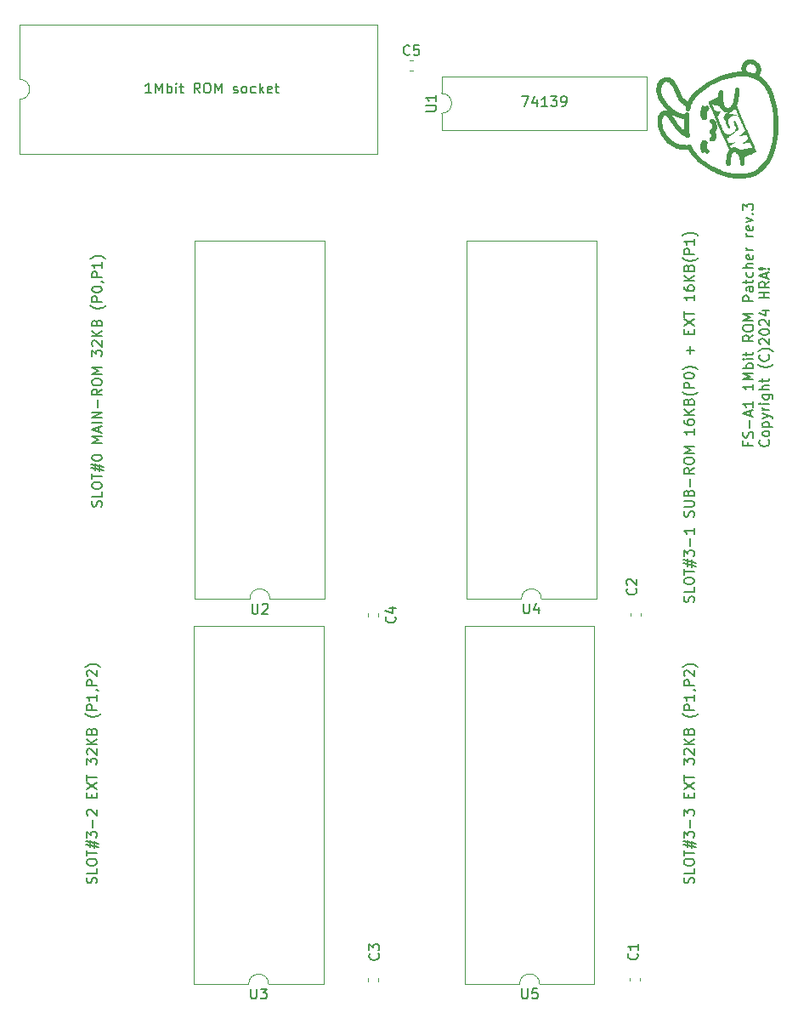
<source format=gto>
G04 #@! TF.GenerationSoftware,KiCad,Pcbnew,7.0.10*
G04 #@! TF.CreationDate,2024-02-26T06:51:28+09:00*
G04 #@! TF.ProjectId,fs-a1_rom_patch,66732d61-315f-4726-9f6d-5f7061746368,1.0*
G04 #@! TF.SameCoordinates,Original*
G04 #@! TF.FileFunction,Legend,Top*
G04 #@! TF.FilePolarity,Positive*
%FSLAX46Y46*%
G04 Gerber Fmt 4.6, Leading zero omitted, Abs format (unit mm)*
G04 Created by KiCad (PCBNEW 7.0.10) date 2024-02-26 06:51:28*
%MOMM*%
%LPD*%
G01*
G04 APERTURE LIST*
%ADD10C,0.150000*%
%ADD11C,0.120000*%
G04 APERTURE END LIST*
D10*
X70822200Y-100710839D02*
X70869819Y-100567982D01*
X70869819Y-100567982D02*
X70869819Y-100329887D01*
X70869819Y-100329887D02*
X70822200Y-100234649D01*
X70822200Y-100234649D02*
X70774580Y-100187030D01*
X70774580Y-100187030D02*
X70679342Y-100139411D01*
X70679342Y-100139411D02*
X70584104Y-100139411D01*
X70584104Y-100139411D02*
X70488866Y-100187030D01*
X70488866Y-100187030D02*
X70441247Y-100234649D01*
X70441247Y-100234649D02*
X70393628Y-100329887D01*
X70393628Y-100329887D02*
X70346009Y-100520363D01*
X70346009Y-100520363D02*
X70298390Y-100615601D01*
X70298390Y-100615601D02*
X70250771Y-100663220D01*
X70250771Y-100663220D02*
X70155533Y-100710839D01*
X70155533Y-100710839D02*
X70060295Y-100710839D01*
X70060295Y-100710839D02*
X69965057Y-100663220D01*
X69965057Y-100663220D02*
X69917438Y-100615601D01*
X69917438Y-100615601D02*
X69869819Y-100520363D01*
X69869819Y-100520363D02*
X69869819Y-100282268D01*
X69869819Y-100282268D02*
X69917438Y-100139411D01*
X70869819Y-99234649D02*
X70869819Y-99710839D01*
X70869819Y-99710839D02*
X69869819Y-99710839D01*
X69869819Y-98710839D02*
X69869819Y-98520363D01*
X69869819Y-98520363D02*
X69917438Y-98425125D01*
X69917438Y-98425125D02*
X70012676Y-98329887D01*
X70012676Y-98329887D02*
X70203152Y-98282268D01*
X70203152Y-98282268D02*
X70536485Y-98282268D01*
X70536485Y-98282268D02*
X70726961Y-98329887D01*
X70726961Y-98329887D02*
X70822200Y-98425125D01*
X70822200Y-98425125D02*
X70869819Y-98520363D01*
X70869819Y-98520363D02*
X70869819Y-98710839D01*
X70869819Y-98710839D02*
X70822200Y-98806077D01*
X70822200Y-98806077D02*
X70726961Y-98901315D01*
X70726961Y-98901315D02*
X70536485Y-98948934D01*
X70536485Y-98948934D02*
X70203152Y-98948934D01*
X70203152Y-98948934D02*
X70012676Y-98901315D01*
X70012676Y-98901315D02*
X69917438Y-98806077D01*
X69917438Y-98806077D02*
X69869819Y-98710839D01*
X69869819Y-97996553D02*
X69869819Y-97425125D01*
X70869819Y-97710839D02*
X69869819Y-97710839D01*
X70203152Y-97139410D02*
X70203152Y-96425125D01*
X69774580Y-96853696D02*
X71060295Y-97139410D01*
X70631723Y-96520363D02*
X70631723Y-97234648D01*
X71060295Y-96806077D02*
X69774580Y-96520363D01*
X69869819Y-95901315D02*
X69869819Y-95806077D01*
X69869819Y-95806077D02*
X69917438Y-95710839D01*
X69917438Y-95710839D02*
X69965057Y-95663220D01*
X69965057Y-95663220D02*
X70060295Y-95615601D01*
X70060295Y-95615601D02*
X70250771Y-95567982D01*
X70250771Y-95567982D02*
X70488866Y-95567982D01*
X70488866Y-95567982D02*
X70679342Y-95615601D01*
X70679342Y-95615601D02*
X70774580Y-95663220D01*
X70774580Y-95663220D02*
X70822200Y-95710839D01*
X70822200Y-95710839D02*
X70869819Y-95806077D01*
X70869819Y-95806077D02*
X70869819Y-95901315D01*
X70869819Y-95901315D02*
X70822200Y-95996553D01*
X70822200Y-95996553D02*
X70774580Y-96044172D01*
X70774580Y-96044172D02*
X70679342Y-96091791D01*
X70679342Y-96091791D02*
X70488866Y-96139410D01*
X70488866Y-96139410D02*
X70250771Y-96139410D01*
X70250771Y-96139410D02*
X70060295Y-96091791D01*
X70060295Y-96091791D02*
X69965057Y-96044172D01*
X69965057Y-96044172D02*
X69917438Y-95996553D01*
X69917438Y-95996553D02*
X69869819Y-95901315D01*
X70869819Y-94377505D02*
X69869819Y-94377505D01*
X69869819Y-94377505D02*
X70584104Y-94044172D01*
X70584104Y-94044172D02*
X69869819Y-93710839D01*
X69869819Y-93710839D02*
X70869819Y-93710839D01*
X70584104Y-93282267D02*
X70584104Y-92806077D01*
X70869819Y-93377505D02*
X69869819Y-93044172D01*
X69869819Y-93044172D02*
X70869819Y-92710839D01*
X70869819Y-92377505D02*
X69869819Y-92377505D01*
X70869819Y-91901315D02*
X69869819Y-91901315D01*
X69869819Y-91901315D02*
X70869819Y-91329887D01*
X70869819Y-91329887D02*
X69869819Y-91329887D01*
X70488866Y-90853696D02*
X70488866Y-90091792D01*
X70869819Y-89044173D02*
X70393628Y-89377506D01*
X70869819Y-89615601D02*
X69869819Y-89615601D01*
X69869819Y-89615601D02*
X69869819Y-89234649D01*
X69869819Y-89234649D02*
X69917438Y-89139411D01*
X69917438Y-89139411D02*
X69965057Y-89091792D01*
X69965057Y-89091792D02*
X70060295Y-89044173D01*
X70060295Y-89044173D02*
X70203152Y-89044173D01*
X70203152Y-89044173D02*
X70298390Y-89091792D01*
X70298390Y-89091792D02*
X70346009Y-89139411D01*
X70346009Y-89139411D02*
X70393628Y-89234649D01*
X70393628Y-89234649D02*
X70393628Y-89615601D01*
X69869819Y-88425125D02*
X69869819Y-88234649D01*
X69869819Y-88234649D02*
X69917438Y-88139411D01*
X69917438Y-88139411D02*
X70012676Y-88044173D01*
X70012676Y-88044173D02*
X70203152Y-87996554D01*
X70203152Y-87996554D02*
X70536485Y-87996554D01*
X70536485Y-87996554D02*
X70726961Y-88044173D01*
X70726961Y-88044173D02*
X70822200Y-88139411D01*
X70822200Y-88139411D02*
X70869819Y-88234649D01*
X70869819Y-88234649D02*
X70869819Y-88425125D01*
X70869819Y-88425125D02*
X70822200Y-88520363D01*
X70822200Y-88520363D02*
X70726961Y-88615601D01*
X70726961Y-88615601D02*
X70536485Y-88663220D01*
X70536485Y-88663220D02*
X70203152Y-88663220D01*
X70203152Y-88663220D02*
X70012676Y-88615601D01*
X70012676Y-88615601D02*
X69917438Y-88520363D01*
X69917438Y-88520363D02*
X69869819Y-88425125D01*
X70869819Y-87567982D02*
X69869819Y-87567982D01*
X69869819Y-87567982D02*
X70584104Y-87234649D01*
X70584104Y-87234649D02*
X69869819Y-86901316D01*
X69869819Y-86901316D02*
X70869819Y-86901316D01*
X69869819Y-85758458D02*
X69869819Y-85139411D01*
X69869819Y-85139411D02*
X70250771Y-85472744D01*
X70250771Y-85472744D02*
X70250771Y-85329887D01*
X70250771Y-85329887D02*
X70298390Y-85234649D01*
X70298390Y-85234649D02*
X70346009Y-85187030D01*
X70346009Y-85187030D02*
X70441247Y-85139411D01*
X70441247Y-85139411D02*
X70679342Y-85139411D01*
X70679342Y-85139411D02*
X70774580Y-85187030D01*
X70774580Y-85187030D02*
X70822200Y-85234649D01*
X70822200Y-85234649D02*
X70869819Y-85329887D01*
X70869819Y-85329887D02*
X70869819Y-85615601D01*
X70869819Y-85615601D02*
X70822200Y-85710839D01*
X70822200Y-85710839D02*
X70774580Y-85758458D01*
X69965057Y-84758458D02*
X69917438Y-84710839D01*
X69917438Y-84710839D02*
X69869819Y-84615601D01*
X69869819Y-84615601D02*
X69869819Y-84377506D01*
X69869819Y-84377506D02*
X69917438Y-84282268D01*
X69917438Y-84282268D02*
X69965057Y-84234649D01*
X69965057Y-84234649D02*
X70060295Y-84187030D01*
X70060295Y-84187030D02*
X70155533Y-84187030D01*
X70155533Y-84187030D02*
X70298390Y-84234649D01*
X70298390Y-84234649D02*
X70869819Y-84806077D01*
X70869819Y-84806077D02*
X70869819Y-84187030D01*
X70869819Y-83758458D02*
X69869819Y-83758458D01*
X70869819Y-83187030D02*
X70298390Y-83615601D01*
X69869819Y-83187030D02*
X70441247Y-83758458D01*
X70346009Y-82425125D02*
X70393628Y-82282268D01*
X70393628Y-82282268D02*
X70441247Y-82234649D01*
X70441247Y-82234649D02*
X70536485Y-82187030D01*
X70536485Y-82187030D02*
X70679342Y-82187030D01*
X70679342Y-82187030D02*
X70774580Y-82234649D01*
X70774580Y-82234649D02*
X70822200Y-82282268D01*
X70822200Y-82282268D02*
X70869819Y-82377506D01*
X70869819Y-82377506D02*
X70869819Y-82758458D01*
X70869819Y-82758458D02*
X69869819Y-82758458D01*
X69869819Y-82758458D02*
X69869819Y-82425125D01*
X69869819Y-82425125D02*
X69917438Y-82329887D01*
X69917438Y-82329887D02*
X69965057Y-82282268D01*
X69965057Y-82282268D02*
X70060295Y-82234649D01*
X70060295Y-82234649D02*
X70155533Y-82234649D01*
X70155533Y-82234649D02*
X70250771Y-82282268D01*
X70250771Y-82282268D02*
X70298390Y-82329887D01*
X70298390Y-82329887D02*
X70346009Y-82425125D01*
X70346009Y-82425125D02*
X70346009Y-82758458D01*
X71250771Y-80710839D02*
X71203152Y-80758458D01*
X71203152Y-80758458D02*
X71060295Y-80853696D01*
X71060295Y-80853696D02*
X70965057Y-80901315D01*
X70965057Y-80901315D02*
X70822200Y-80948934D01*
X70822200Y-80948934D02*
X70584104Y-80996553D01*
X70584104Y-80996553D02*
X70393628Y-80996553D01*
X70393628Y-80996553D02*
X70155533Y-80948934D01*
X70155533Y-80948934D02*
X70012676Y-80901315D01*
X70012676Y-80901315D02*
X69917438Y-80853696D01*
X69917438Y-80853696D02*
X69774580Y-80758458D01*
X69774580Y-80758458D02*
X69726961Y-80710839D01*
X70869819Y-80329886D02*
X69869819Y-80329886D01*
X69869819Y-80329886D02*
X69869819Y-79948934D01*
X69869819Y-79948934D02*
X69917438Y-79853696D01*
X69917438Y-79853696D02*
X69965057Y-79806077D01*
X69965057Y-79806077D02*
X70060295Y-79758458D01*
X70060295Y-79758458D02*
X70203152Y-79758458D01*
X70203152Y-79758458D02*
X70298390Y-79806077D01*
X70298390Y-79806077D02*
X70346009Y-79853696D01*
X70346009Y-79853696D02*
X70393628Y-79948934D01*
X70393628Y-79948934D02*
X70393628Y-80329886D01*
X69869819Y-79139410D02*
X69869819Y-79044172D01*
X69869819Y-79044172D02*
X69917438Y-78948934D01*
X69917438Y-78948934D02*
X69965057Y-78901315D01*
X69965057Y-78901315D02*
X70060295Y-78853696D01*
X70060295Y-78853696D02*
X70250771Y-78806077D01*
X70250771Y-78806077D02*
X70488866Y-78806077D01*
X70488866Y-78806077D02*
X70679342Y-78853696D01*
X70679342Y-78853696D02*
X70774580Y-78901315D01*
X70774580Y-78901315D02*
X70822200Y-78948934D01*
X70822200Y-78948934D02*
X70869819Y-79044172D01*
X70869819Y-79044172D02*
X70869819Y-79139410D01*
X70869819Y-79139410D02*
X70822200Y-79234648D01*
X70822200Y-79234648D02*
X70774580Y-79282267D01*
X70774580Y-79282267D02*
X70679342Y-79329886D01*
X70679342Y-79329886D02*
X70488866Y-79377505D01*
X70488866Y-79377505D02*
X70250771Y-79377505D01*
X70250771Y-79377505D02*
X70060295Y-79329886D01*
X70060295Y-79329886D02*
X69965057Y-79282267D01*
X69965057Y-79282267D02*
X69917438Y-79234648D01*
X69917438Y-79234648D02*
X69869819Y-79139410D01*
X70822200Y-78329886D02*
X70869819Y-78329886D01*
X70869819Y-78329886D02*
X70965057Y-78377505D01*
X70965057Y-78377505D02*
X71012676Y-78425124D01*
X70869819Y-77901315D02*
X69869819Y-77901315D01*
X69869819Y-77901315D02*
X69869819Y-77520363D01*
X69869819Y-77520363D02*
X69917438Y-77425125D01*
X69917438Y-77425125D02*
X69965057Y-77377506D01*
X69965057Y-77377506D02*
X70060295Y-77329887D01*
X70060295Y-77329887D02*
X70203152Y-77329887D01*
X70203152Y-77329887D02*
X70298390Y-77377506D01*
X70298390Y-77377506D02*
X70346009Y-77425125D01*
X70346009Y-77425125D02*
X70393628Y-77520363D01*
X70393628Y-77520363D02*
X70393628Y-77901315D01*
X70869819Y-76377506D02*
X70869819Y-76948934D01*
X70869819Y-76663220D02*
X69869819Y-76663220D01*
X69869819Y-76663220D02*
X70012676Y-76758458D01*
X70012676Y-76758458D02*
X70107914Y-76853696D01*
X70107914Y-76853696D02*
X70155533Y-76948934D01*
X71250771Y-76044172D02*
X71203152Y-75996553D01*
X71203152Y-75996553D02*
X71060295Y-75901315D01*
X71060295Y-75901315D02*
X70965057Y-75853696D01*
X70965057Y-75853696D02*
X70822200Y-75806077D01*
X70822200Y-75806077D02*
X70584104Y-75758458D01*
X70584104Y-75758458D02*
X70393628Y-75758458D01*
X70393628Y-75758458D02*
X70155533Y-75806077D01*
X70155533Y-75806077D02*
X70012676Y-75853696D01*
X70012676Y-75853696D02*
X69917438Y-75901315D01*
X69917438Y-75901315D02*
X69774580Y-75996553D01*
X69774580Y-75996553D02*
X69726961Y-76044172D01*
X75790588Y-59559819D02*
X75219160Y-59559819D01*
X75504874Y-59559819D02*
X75504874Y-58559819D01*
X75504874Y-58559819D02*
X75409636Y-58702676D01*
X75409636Y-58702676D02*
X75314398Y-58797914D01*
X75314398Y-58797914D02*
X75219160Y-58845533D01*
X76219160Y-59559819D02*
X76219160Y-58559819D01*
X76219160Y-58559819D02*
X76552493Y-59274104D01*
X76552493Y-59274104D02*
X76885826Y-58559819D01*
X76885826Y-58559819D02*
X76885826Y-59559819D01*
X77362017Y-59559819D02*
X77362017Y-58559819D01*
X77362017Y-58940771D02*
X77457255Y-58893152D01*
X77457255Y-58893152D02*
X77647731Y-58893152D01*
X77647731Y-58893152D02*
X77742969Y-58940771D01*
X77742969Y-58940771D02*
X77790588Y-58988390D01*
X77790588Y-58988390D02*
X77838207Y-59083628D01*
X77838207Y-59083628D02*
X77838207Y-59369342D01*
X77838207Y-59369342D02*
X77790588Y-59464580D01*
X77790588Y-59464580D02*
X77742969Y-59512200D01*
X77742969Y-59512200D02*
X77647731Y-59559819D01*
X77647731Y-59559819D02*
X77457255Y-59559819D01*
X77457255Y-59559819D02*
X77362017Y-59512200D01*
X78266779Y-59559819D02*
X78266779Y-58893152D01*
X78266779Y-58559819D02*
X78219160Y-58607438D01*
X78219160Y-58607438D02*
X78266779Y-58655057D01*
X78266779Y-58655057D02*
X78314398Y-58607438D01*
X78314398Y-58607438D02*
X78266779Y-58559819D01*
X78266779Y-58559819D02*
X78266779Y-58655057D01*
X78600112Y-58893152D02*
X78981064Y-58893152D01*
X78742969Y-58559819D02*
X78742969Y-59416961D01*
X78742969Y-59416961D02*
X78790588Y-59512200D01*
X78790588Y-59512200D02*
X78885826Y-59559819D01*
X78885826Y-59559819D02*
X78981064Y-59559819D01*
X80647731Y-59559819D02*
X80314398Y-59083628D01*
X80076303Y-59559819D02*
X80076303Y-58559819D01*
X80076303Y-58559819D02*
X80457255Y-58559819D01*
X80457255Y-58559819D02*
X80552493Y-58607438D01*
X80552493Y-58607438D02*
X80600112Y-58655057D01*
X80600112Y-58655057D02*
X80647731Y-58750295D01*
X80647731Y-58750295D02*
X80647731Y-58893152D01*
X80647731Y-58893152D02*
X80600112Y-58988390D01*
X80600112Y-58988390D02*
X80552493Y-59036009D01*
X80552493Y-59036009D02*
X80457255Y-59083628D01*
X80457255Y-59083628D02*
X80076303Y-59083628D01*
X81266779Y-58559819D02*
X81457255Y-58559819D01*
X81457255Y-58559819D02*
X81552493Y-58607438D01*
X81552493Y-58607438D02*
X81647731Y-58702676D01*
X81647731Y-58702676D02*
X81695350Y-58893152D01*
X81695350Y-58893152D02*
X81695350Y-59226485D01*
X81695350Y-59226485D02*
X81647731Y-59416961D01*
X81647731Y-59416961D02*
X81552493Y-59512200D01*
X81552493Y-59512200D02*
X81457255Y-59559819D01*
X81457255Y-59559819D02*
X81266779Y-59559819D01*
X81266779Y-59559819D02*
X81171541Y-59512200D01*
X81171541Y-59512200D02*
X81076303Y-59416961D01*
X81076303Y-59416961D02*
X81028684Y-59226485D01*
X81028684Y-59226485D02*
X81028684Y-58893152D01*
X81028684Y-58893152D02*
X81076303Y-58702676D01*
X81076303Y-58702676D02*
X81171541Y-58607438D01*
X81171541Y-58607438D02*
X81266779Y-58559819D01*
X82123922Y-59559819D02*
X82123922Y-58559819D01*
X82123922Y-58559819D02*
X82457255Y-59274104D01*
X82457255Y-59274104D02*
X82790588Y-58559819D01*
X82790588Y-58559819D02*
X82790588Y-59559819D01*
X83981065Y-59512200D02*
X84076303Y-59559819D01*
X84076303Y-59559819D02*
X84266779Y-59559819D01*
X84266779Y-59559819D02*
X84362017Y-59512200D01*
X84362017Y-59512200D02*
X84409636Y-59416961D01*
X84409636Y-59416961D02*
X84409636Y-59369342D01*
X84409636Y-59369342D02*
X84362017Y-59274104D01*
X84362017Y-59274104D02*
X84266779Y-59226485D01*
X84266779Y-59226485D02*
X84123922Y-59226485D01*
X84123922Y-59226485D02*
X84028684Y-59178866D01*
X84028684Y-59178866D02*
X83981065Y-59083628D01*
X83981065Y-59083628D02*
X83981065Y-59036009D01*
X83981065Y-59036009D02*
X84028684Y-58940771D01*
X84028684Y-58940771D02*
X84123922Y-58893152D01*
X84123922Y-58893152D02*
X84266779Y-58893152D01*
X84266779Y-58893152D02*
X84362017Y-58940771D01*
X84981065Y-59559819D02*
X84885827Y-59512200D01*
X84885827Y-59512200D02*
X84838208Y-59464580D01*
X84838208Y-59464580D02*
X84790589Y-59369342D01*
X84790589Y-59369342D02*
X84790589Y-59083628D01*
X84790589Y-59083628D02*
X84838208Y-58988390D01*
X84838208Y-58988390D02*
X84885827Y-58940771D01*
X84885827Y-58940771D02*
X84981065Y-58893152D01*
X84981065Y-58893152D02*
X85123922Y-58893152D01*
X85123922Y-58893152D02*
X85219160Y-58940771D01*
X85219160Y-58940771D02*
X85266779Y-58988390D01*
X85266779Y-58988390D02*
X85314398Y-59083628D01*
X85314398Y-59083628D02*
X85314398Y-59369342D01*
X85314398Y-59369342D02*
X85266779Y-59464580D01*
X85266779Y-59464580D02*
X85219160Y-59512200D01*
X85219160Y-59512200D02*
X85123922Y-59559819D01*
X85123922Y-59559819D02*
X84981065Y-59559819D01*
X86171541Y-59512200D02*
X86076303Y-59559819D01*
X86076303Y-59559819D02*
X85885827Y-59559819D01*
X85885827Y-59559819D02*
X85790589Y-59512200D01*
X85790589Y-59512200D02*
X85742970Y-59464580D01*
X85742970Y-59464580D02*
X85695351Y-59369342D01*
X85695351Y-59369342D02*
X85695351Y-59083628D01*
X85695351Y-59083628D02*
X85742970Y-58988390D01*
X85742970Y-58988390D02*
X85790589Y-58940771D01*
X85790589Y-58940771D02*
X85885827Y-58893152D01*
X85885827Y-58893152D02*
X86076303Y-58893152D01*
X86076303Y-58893152D02*
X86171541Y-58940771D01*
X86600113Y-59559819D02*
X86600113Y-58559819D01*
X86695351Y-59178866D02*
X86981065Y-59559819D01*
X86981065Y-58893152D02*
X86600113Y-59274104D01*
X87790589Y-59512200D02*
X87695351Y-59559819D01*
X87695351Y-59559819D02*
X87504875Y-59559819D01*
X87504875Y-59559819D02*
X87409637Y-59512200D01*
X87409637Y-59512200D02*
X87362018Y-59416961D01*
X87362018Y-59416961D02*
X87362018Y-59036009D01*
X87362018Y-59036009D02*
X87409637Y-58940771D01*
X87409637Y-58940771D02*
X87504875Y-58893152D01*
X87504875Y-58893152D02*
X87695351Y-58893152D01*
X87695351Y-58893152D02*
X87790589Y-58940771D01*
X87790589Y-58940771D02*
X87838208Y-59036009D01*
X87838208Y-59036009D02*
X87838208Y-59131247D01*
X87838208Y-59131247D02*
X87362018Y-59226485D01*
X88123923Y-58893152D02*
X88504875Y-58893152D01*
X88266780Y-58559819D02*
X88266780Y-59416961D01*
X88266780Y-59416961D02*
X88314399Y-59512200D01*
X88314399Y-59512200D02*
X88409637Y-59559819D01*
X88409637Y-59559819D02*
X88504875Y-59559819D01*
X135236009Y-94329887D02*
X135236009Y-94663220D01*
X135759819Y-94663220D02*
X134759819Y-94663220D01*
X134759819Y-94663220D02*
X134759819Y-94187030D01*
X135712200Y-93853696D02*
X135759819Y-93710839D01*
X135759819Y-93710839D02*
X135759819Y-93472744D01*
X135759819Y-93472744D02*
X135712200Y-93377506D01*
X135712200Y-93377506D02*
X135664580Y-93329887D01*
X135664580Y-93329887D02*
X135569342Y-93282268D01*
X135569342Y-93282268D02*
X135474104Y-93282268D01*
X135474104Y-93282268D02*
X135378866Y-93329887D01*
X135378866Y-93329887D02*
X135331247Y-93377506D01*
X135331247Y-93377506D02*
X135283628Y-93472744D01*
X135283628Y-93472744D02*
X135236009Y-93663220D01*
X135236009Y-93663220D02*
X135188390Y-93758458D01*
X135188390Y-93758458D02*
X135140771Y-93806077D01*
X135140771Y-93806077D02*
X135045533Y-93853696D01*
X135045533Y-93853696D02*
X134950295Y-93853696D01*
X134950295Y-93853696D02*
X134855057Y-93806077D01*
X134855057Y-93806077D02*
X134807438Y-93758458D01*
X134807438Y-93758458D02*
X134759819Y-93663220D01*
X134759819Y-93663220D02*
X134759819Y-93425125D01*
X134759819Y-93425125D02*
X134807438Y-93282268D01*
X135378866Y-92853696D02*
X135378866Y-92091792D01*
X135474104Y-91663220D02*
X135474104Y-91187030D01*
X135759819Y-91758458D02*
X134759819Y-91425125D01*
X134759819Y-91425125D02*
X135759819Y-91091792D01*
X135759819Y-90234649D02*
X135759819Y-90806077D01*
X135759819Y-90520363D02*
X134759819Y-90520363D01*
X134759819Y-90520363D02*
X134902676Y-90615601D01*
X134902676Y-90615601D02*
X134997914Y-90710839D01*
X134997914Y-90710839D02*
X135045533Y-90806077D01*
X135759819Y-88520363D02*
X135759819Y-89091791D01*
X135759819Y-88806077D02*
X134759819Y-88806077D01*
X134759819Y-88806077D02*
X134902676Y-88901315D01*
X134902676Y-88901315D02*
X134997914Y-88996553D01*
X134997914Y-88996553D02*
X135045533Y-89091791D01*
X135759819Y-88091791D02*
X134759819Y-88091791D01*
X134759819Y-88091791D02*
X135474104Y-87758458D01*
X135474104Y-87758458D02*
X134759819Y-87425125D01*
X134759819Y-87425125D02*
X135759819Y-87425125D01*
X135759819Y-86948934D02*
X134759819Y-86948934D01*
X135140771Y-86948934D02*
X135093152Y-86853696D01*
X135093152Y-86853696D02*
X135093152Y-86663220D01*
X135093152Y-86663220D02*
X135140771Y-86567982D01*
X135140771Y-86567982D02*
X135188390Y-86520363D01*
X135188390Y-86520363D02*
X135283628Y-86472744D01*
X135283628Y-86472744D02*
X135569342Y-86472744D01*
X135569342Y-86472744D02*
X135664580Y-86520363D01*
X135664580Y-86520363D02*
X135712200Y-86567982D01*
X135712200Y-86567982D02*
X135759819Y-86663220D01*
X135759819Y-86663220D02*
X135759819Y-86853696D01*
X135759819Y-86853696D02*
X135712200Y-86948934D01*
X135759819Y-86044172D02*
X135093152Y-86044172D01*
X134759819Y-86044172D02*
X134807438Y-86091791D01*
X134807438Y-86091791D02*
X134855057Y-86044172D01*
X134855057Y-86044172D02*
X134807438Y-85996553D01*
X134807438Y-85996553D02*
X134759819Y-86044172D01*
X134759819Y-86044172D02*
X134855057Y-86044172D01*
X135093152Y-85710839D02*
X135093152Y-85329887D01*
X134759819Y-85567982D02*
X135616961Y-85567982D01*
X135616961Y-85567982D02*
X135712200Y-85520363D01*
X135712200Y-85520363D02*
X135759819Y-85425125D01*
X135759819Y-85425125D02*
X135759819Y-85329887D01*
X135759819Y-83663220D02*
X135283628Y-83996553D01*
X135759819Y-84234648D02*
X134759819Y-84234648D01*
X134759819Y-84234648D02*
X134759819Y-83853696D01*
X134759819Y-83853696D02*
X134807438Y-83758458D01*
X134807438Y-83758458D02*
X134855057Y-83710839D01*
X134855057Y-83710839D02*
X134950295Y-83663220D01*
X134950295Y-83663220D02*
X135093152Y-83663220D01*
X135093152Y-83663220D02*
X135188390Y-83710839D01*
X135188390Y-83710839D02*
X135236009Y-83758458D01*
X135236009Y-83758458D02*
X135283628Y-83853696D01*
X135283628Y-83853696D02*
X135283628Y-84234648D01*
X134759819Y-83044172D02*
X134759819Y-82853696D01*
X134759819Y-82853696D02*
X134807438Y-82758458D01*
X134807438Y-82758458D02*
X134902676Y-82663220D01*
X134902676Y-82663220D02*
X135093152Y-82615601D01*
X135093152Y-82615601D02*
X135426485Y-82615601D01*
X135426485Y-82615601D02*
X135616961Y-82663220D01*
X135616961Y-82663220D02*
X135712200Y-82758458D01*
X135712200Y-82758458D02*
X135759819Y-82853696D01*
X135759819Y-82853696D02*
X135759819Y-83044172D01*
X135759819Y-83044172D02*
X135712200Y-83139410D01*
X135712200Y-83139410D02*
X135616961Y-83234648D01*
X135616961Y-83234648D02*
X135426485Y-83282267D01*
X135426485Y-83282267D02*
X135093152Y-83282267D01*
X135093152Y-83282267D02*
X134902676Y-83234648D01*
X134902676Y-83234648D02*
X134807438Y-83139410D01*
X134807438Y-83139410D02*
X134759819Y-83044172D01*
X135759819Y-82187029D02*
X134759819Y-82187029D01*
X134759819Y-82187029D02*
X135474104Y-81853696D01*
X135474104Y-81853696D02*
X134759819Y-81520363D01*
X134759819Y-81520363D02*
X135759819Y-81520363D01*
X135759819Y-80282267D02*
X134759819Y-80282267D01*
X134759819Y-80282267D02*
X134759819Y-79901315D01*
X134759819Y-79901315D02*
X134807438Y-79806077D01*
X134807438Y-79806077D02*
X134855057Y-79758458D01*
X134855057Y-79758458D02*
X134950295Y-79710839D01*
X134950295Y-79710839D02*
X135093152Y-79710839D01*
X135093152Y-79710839D02*
X135188390Y-79758458D01*
X135188390Y-79758458D02*
X135236009Y-79806077D01*
X135236009Y-79806077D02*
X135283628Y-79901315D01*
X135283628Y-79901315D02*
X135283628Y-80282267D01*
X135759819Y-78853696D02*
X135236009Y-78853696D01*
X135236009Y-78853696D02*
X135140771Y-78901315D01*
X135140771Y-78901315D02*
X135093152Y-78996553D01*
X135093152Y-78996553D02*
X135093152Y-79187029D01*
X135093152Y-79187029D02*
X135140771Y-79282267D01*
X135712200Y-78853696D02*
X135759819Y-78948934D01*
X135759819Y-78948934D02*
X135759819Y-79187029D01*
X135759819Y-79187029D02*
X135712200Y-79282267D01*
X135712200Y-79282267D02*
X135616961Y-79329886D01*
X135616961Y-79329886D02*
X135521723Y-79329886D01*
X135521723Y-79329886D02*
X135426485Y-79282267D01*
X135426485Y-79282267D02*
X135378866Y-79187029D01*
X135378866Y-79187029D02*
X135378866Y-78948934D01*
X135378866Y-78948934D02*
X135331247Y-78853696D01*
X135093152Y-78520362D02*
X135093152Y-78139410D01*
X134759819Y-78377505D02*
X135616961Y-78377505D01*
X135616961Y-78377505D02*
X135712200Y-78329886D01*
X135712200Y-78329886D02*
X135759819Y-78234648D01*
X135759819Y-78234648D02*
X135759819Y-78139410D01*
X135712200Y-77377505D02*
X135759819Y-77472743D01*
X135759819Y-77472743D02*
X135759819Y-77663219D01*
X135759819Y-77663219D02*
X135712200Y-77758457D01*
X135712200Y-77758457D02*
X135664580Y-77806076D01*
X135664580Y-77806076D02*
X135569342Y-77853695D01*
X135569342Y-77853695D02*
X135283628Y-77853695D01*
X135283628Y-77853695D02*
X135188390Y-77806076D01*
X135188390Y-77806076D02*
X135140771Y-77758457D01*
X135140771Y-77758457D02*
X135093152Y-77663219D01*
X135093152Y-77663219D02*
X135093152Y-77472743D01*
X135093152Y-77472743D02*
X135140771Y-77377505D01*
X135759819Y-76948933D02*
X134759819Y-76948933D01*
X135759819Y-76520362D02*
X135236009Y-76520362D01*
X135236009Y-76520362D02*
X135140771Y-76567981D01*
X135140771Y-76567981D02*
X135093152Y-76663219D01*
X135093152Y-76663219D02*
X135093152Y-76806076D01*
X135093152Y-76806076D02*
X135140771Y-76901314D01*
X135140771Y-76901314D02*
X135188390Y-76948933D01*
X135712200Y-75663219D02*
X135759819Y-75758457D01*
X135759819Y-75758457D02*
X135759819Y-75948933D01*
X135759819Y-75948933D02*
X135712200Y-76044171D01*
X135712200Y-76044171D02*
X135616961Y-76091790D01*
X135616961Y-76091790D02*
X135236009Y-76091790D01*
X135236009Y-76091790D02*
X135140771Y-76044171D01*
X135140771Y-76044171D02*
X135093152Y-75948933D01*
X135093152Y-75948933D02*
X135093152Y-75758457D01*
X135093152Y-75758457D02*
X135140771Y-75663219D01*
X135140771Y-75663219D02*
X135236009Y-75615600D01*
X135236009Y-75615600D02*
X135331247Y-75615600D01*
X135331247Y-75615600D02*
X135426485Y-76091790D01*
X135759819Y-75187028D02*
X135093152Y-75187028D01*
X135283628Y-75187028D02*
X135188390Y-75139409D01*
X135188390Y-75139409D02*
X135140771Y-75091790D01*
X135140771Y-75091790D02*
X135093152Y-74996552D01*
X135093152Y-74996552D02*
X135093152Y-74901314D01*
X135759819Y-73806075D02*
X135093152Y-73806075D01*
X135283628Y-73806075D02*
X135188390Y-73758456D01*
X135188390Y-73758456D02*
X135140771Y-73710837D01*
X135140771Y-73710837D02*
X135093152Y-73615599D01*
X135093152Y-73615599D02*
X135093152Y-73520361D01*
X135712200Y-72806075D02*
X135759819Y-72901313D01*
X135759819Y-72901313D02*
X135759819Y-73091789D01*
X135759819Y-73091789D02*
X135712200Y-73187027D01*
X135712200Y-73187027D02*
X135616961Y-73234646D01*
X135616961Y-73234646D02*
X135236009Y-73234646D01*
X135236009Y-73234646D02*
X135140771Y-73187027D01*
X135140771Y-73187027D02*
X135093152Y-73091789D01*
X135093152Y-73091789D02*
X135093152Y-72901313D01*
X135093152Y-72901313D02*
X135140771Y-72806075D01*
X135140771Y-72806075D02*
X135236009Y-72758456D01*
X135236009Y-72758456D02*
X135331247Y-72758456D01*
X135331247Y-72758456D02*
X135426485Y-73234646D01*
X135093152Y-72425122D02*
X135759819Y-72187027D01*
X135759819Y-72187027D02*
X135093152Y-71948932D01*
X135664580Y-71567979D02*
X135712200Y-71520360D01*
X135712200Y-71520360D02*
X135759819Y-71567979D01*
X135759819Y-71567979D02*
X135712200Y-71615598D01*
X135712200Y-71615598D02*
X135664580Y-71567979D01*
X135664580Y-71567979D02*
X135759819Y-71567979D01*
X134759819Y-71187027D02*
X134759819Y-70567980D01*
X134759819Y-70567980D02*
X135140771Y-70901313D01*
X135140771Y-70901313D02*
X135140771Y-70758456D01*
X135140771Y-70758456D02*
X135188390Y-70663218D01*
X135188390Y-70663218D02*
X135236009Y-70615599D01*
X135236009Y-70615599D02*
X135331247Y-70567980D01*
X135331247Y-70567980D02*
X135569342Y-70567980D01*
X135569342Y-70567980D02*
X135664580Y-70615599D01*
X135664580Y-70615599D02*
X135712200Y-70663218D01*
X135712200Y-70663218D02*
X135759819Y-70758456D01*
X135759819Y-70758456D02*
X135759819Y-71044170D01*
X135759819Y-71044170D02*
X135712200Y-71139408D01*
X135712200Y-71139408D02*
X135664580Y-71187027D01*
X137274580Y-94091792D02*
X137322200Y-94139411D01*
X137322200Y-94139411D02*
X137369819Y-94282268D01*
X137369819Y-94282268D02*
X137369819Y-94377506D01*
X137369819Y-94377506D02*
X137322200Y-94520363D01*
X137322200Y-94520363D02*
X137226961Y-94615601D01*
X137226961Y-94615601D02*
X137131723Y-94663220D01*
X137131723Y-94663220D02*
X136941247Y-94710839D01*
X136941247Y-94710839D02*
X136798390Y-94710839D01*
X136798390Y-94710839D02*
X136607914Y-94663220D01*
X136607914Y-94663220D02*
X136512676Y-94615601D01*
X136512676Y-94615601D02*
X136417438Y-94520363D01*
X136417438Y-94520363D02*
X136369819Y-94377506D01*
X136369819Y-94377506D02*
X136369819Y-94282268D01*
X136369819Y-94282268D02*
X136417438Y-94139411D01*
X136417438Y-94139411D02*
X136465057Y-94091792D01*
X137369819Y-93520363D02*
X137322200Y-93615601D01*
X137322200Y-93615601D02*
X137274580Y-93663220D01*
X137274580Y-93663220D02*
X137179342Y-93710839D01*
X137179342Y-93710839D02*
X136893628Y-93710839D01*
X136893628Y-93710839D02*
X136798390Y-93663220D01*
X136798390Y-93663220D02*
X136750771Y-93615601D01*
X136750771Y-93615601D02*
X136703152Y-93520363D01*
X136703152Y-93520363D02*
X136703152Y-93377506D01*
X136703152Y-93377506D02*
X136750771Y-93282268D01*
X136750771Y-93282268D02*
X136798390Y-93234649D01*
X136798390Y-93234649D02*
X136893628Y-93187030D01*
X136893628Y-93187030D02*
X137179342Y-93187030D01*
X137179342Y-93187030D02*
X137274580Y-93234649D01*
X137274580Y-93234649D02*
X137322200Y-93282268D01*
X137322200Y-93282268D02*
X137369819Y-93377506D01*
X137369819Y-93377506D02*
X137369819Y-93520363D01*
X136703152Y-92758458D02*
X137703152Y-92758458D01*
X136750771Y-92758458D02*
X136703152Y-92663220D01*
X136703152Y-92663220D02*
X136703152Y-92472744D01*
X136703152Y-92472744D02*
X136750771Y-92377506D01*
X136750771Y-92377506D02*
X136798390Y-92329887D01*
X136798390Y-92329887D02*
X136893628Y-92282268D01*
X136893628Y-92282268D02*
X137179342Y-92282268D01*
X137179342Y-92282268D02*
X137274580Y-92329887D01*
X137274580Y-92329887D02*
X137322200Y-92377506D01*
X137322200Y-92377506D02*
X137369819Y-92472744D01*
X137369819Y-92472744D02*
X137369819Y-92663220D01*
X137369819Y-92663220D02*
X137322200Y-92758458D01*
X136703152Y-91948934D02*
X137369819Y-91710839D01*
X136703152Y-91472744D02*
X137369819Y-91710839D01*
X137369819Y-91710839D02*
X137607914Y-91806077D01*
X137607914Y-91806077D02*
X137655533Y-91853696D01*
X137655533Y-91853696D02*
X137703152Y-91948934D01*
X137369819Y-91091791D02*
X136703152Y-91091791D01*
X136893628Y-91091791D02*
X136798390Y-91044172D01*
X136798390Y-91044172D02*
X136750771Y-90996553D01*
X136750771Y-90996553D02*
X136703152Y-90901315D01*
X136703152Y-90901315D02*
X136703152Y-90806077D01*
X137369819Y-90472743D02*
X136703152Y-90472743D01*
X136369819Y-90472743D02*
X136417438Y-90520362D01*
X136417438Y-90520362D02*
X136465057Y-90472743D01*
X136465057Y-90472743D02*
X136417438Y-90425124D01*
X136417438Y-90425124D02*
X136369819Y-90472743D01*
X136369819Y-90472743D02*
X136465057Y-90472743D01*
X136703152Y-89567982D02*
X137512676Y-89567982D01*
X137512676Y-89567982D02*
X137607914Y-89615601D01*
X137607914Y-89615601D02*
X137655533Y-89663220D01*
X137655533Y-89663220D02*
X137703152Y-89758458D01*
X137703152Y-89758458D02*
X137703152Y-89901315D01*
X137703152Y-89901315D02*
X137655533Y-89996553D01*
X137322200Y-89567982D02*
X137369819Y-89663220D01*
X137369819Y-89663220D02*
X137369819Y-89853696D01*
X137369819Y-89853696D02*
X137322200Y-89948934D01*
X137322200Y-89948934D02*
X137274580Y-89996553D01*
X137274580Y-89996553D02*
X137179342Y-90044172D01*
X137179342Y-90044172D02*
X136893628Y-90044172D01*
X136893628Y-90044172D02*
X136798390Y-89996553D01*
X136798390Y-89996553D02*
X136750771Y-89948934D01*
X136750771Y-89948934D02*
X136703152Y-89853696D01*
X136703152Y-89853696D02*
X136703152Y-89663220D01*
X136703152Y-89663220D02*
X136750771Y-89567982D01*
X137369819Y-89091791D02*
X136369819Y-89091791D01*
X137369819Y-88663220D02*
X136846009Y-88663220D01*
X136846009Y-88663220D02*
X136750771Y-88710839D01*
X136750771Y-88710839D02*
X136703152Y-88806077D01*
X136703152Y-88806077D02*
X136703152Y-88948934D01*
X136703152Y-88948934D02*
X136750771Y-89044172D01*
X136750771Y-89044172D02*
X136798390Y-89091791D01*
X136703152Y-88329886D02*
X136703152Y-87948934D01*
X136369819Y-88187029D02*
X137226961Y-88187029D01*
X137226961Y-88187029D02*
X137322200Y-88139410D01*
X137322200Y-88139410D02*
X137369819Y-88044172D01*
X137369819Y-88044172D02*
X137369819Y-87948934D01*
X137750771Y-86567981D02*
X137703152Y-86615600D01*
X137703152Y-86615600D02*
X137560295Y-86710838D01*
X137560295Y-86710838D02*
X137465057Y-86758457D01*
X137465057Y-86758457D02*
X137322200Y-86806076D01*
X137322200Y-86806076D02*
X137084104Y-86853695D01*
X137084104Y-86853695D02*
X136893628Y-86853695D01*
X136893628Y-86853695D02*
X136655533Y-86806076D01*
X136655533Y-86806076D02*
X136512676Y-86758457D01*
X136512676Y-86758457D02*
X136417438Y-86710838D01*
X136417438Y-86710838D02*
X136274580Y-86615600D01*
X136274580Y-86615600D02*
X136226961Y-86567981D01*
X137274580Y-85615600D02*
X137322200Y-85663219D01*
X137322200Y-85663219D02*
X137369819Y-85806076D01*
X137369819Y-85806076D02*
X137369819Y-85901314D01*
X137369819Y-85901314D02*
X137322200Y-86044171D01*
X137322200Y-86044171D02*
X137226961Y-86139409D01*
X137226961Y-86139409D02*
X137131723Y-86187028D01*
X137131723Y-86187028D02*
X136941247Y-86234647D01*
X136941247Y-86234647D02*
X136798390Y-86234647D01*
X136798390Y-86234647D02*
X136607914Y-86187028D01*
X136607914Y-86187028D02*
X136512676Y-86139409D01*
X136512676Y-86139409D02*
X136417438Y-86044171D01*
X136417438Y-86044171D02*
X136369819Y-85901314D01*
X136369819Y-85901314D02*
X136369819Y-85806076D01*
X136369819Y-85806076D02*
X136417438Y-85663219D01*
X136417438Y-85663219D02*
X136465057Y-85615600D01*
X137750771Y-85282266D02*
X137703152Y-85234647D01*
X137703152Y-85234647D02*
X137560295Y-85139409D01*
X137560295Y-85139409D02*
X137465057Y-85091790D01*
X137465057Y-85091790D02*
X137322200Y-85044171D01*
X137322200Y-85044171D02*
X137084104Y-84996552D01*
X137084104Y-84996552D02*
X136893628Y-84996552D01*
X136893628Y-84996552D02*
X136655533Y-85044171D01*
X136655533Y-85044171D02*
X136512676Y-85091790D01*
X136512676Y-85091790D02*
X136417438Y-85139409D01*
X136417438Y-85139409D02*
X136274580Y-85234647D01*
X136274580Y-85234647D02*
X136226961Y-85282266D01*
X136465057Y-84567980D02*
X136417438Y-84520361D01*
X136417438Y-84520361D02*
X136369819Y-84425123D01*
X136369819Y-84425123D02*
X136369819Y-84187028D01*
X136369819Y-84187028D02*
X136417438Y-84091790D01*
X136417438Y-84091790D02*
X136465057Y-84044171D01*
X136465057Y-84044171D02*
X136560295Y-83996552D01*
X136560295Y-83996552D02*
X136655533Y-83996552D01*
X136655533Y-83996552D02*
X136798390Y-84044171D01*
X136798390Y-84044171D02*
X137369819Y-84615599D01*
X137369819Y-84615599D02*
X137369819Y-83996552D01*
X136369819Y-83377504D02*
X136369819Y-83282266D01*
X136369819Y-83282266D02*
X136417438Y-83187028D01*
X136417438Y-83187028D02*
X136465057Y-83139409D01*
X136465057Y-83139409D02*
X136560295Y-83091790D01*
X136560295Y-83091790D02*
X136750771Y-83044171D01*
X136750771Y-83044171D02*
X136988866Y-83044171D01*
X136988866Y-83044171D02*
X137179342Y-83091790D01*
X137179342Y-83091790D02*
X137274580Y-83139409D01*
X137274580Y-83139409D02*
X137322200Y-83187028D01*
X137322200Y-83187028D02*
X137369819Y-83282266D01*
X137369819Y-83282266D02*
X137369819Y-83377504D01*
X137369819Y-83377504D02*
X137322200Y-83472742D01*
X137322200Y-83472742D02*
X137274580Y-83520361D01*
X137274580Y-83520361D02*
X137179342Y-83567980D01*
X137179342Y-83567980D02*
X136988866Y-83615599D01*
X136988866Y-83615599D02*
X136750771Y-83615599D01*
X136750771Y-83615599D02*
X136560295Y-83567980D01*
X136560295Y-83567980D02*
X136465057Y-83520361D01*
X136465057Y-83520361D02*
X136417438Y-83472742D01*
X136417438Y-83472742D02*
X136369819Y-83377504D01*
X136465057Y-82663218D02*
X136417438Y-82615599D01*
X136417438Y-82615599D02*
X136369819Y-82520361D01*
X136369819Y-82520361D02*
X136369819Y-82282266D01*
X136369819Y-82282266D02*
X136417438Y-82187028D01*
X136417438Y-82187028D02*
X136465057Y-82139409D01*
X136465057Y-82139409D02*
X136560295Y-82091790D01*
X136560295Y-82091790D02*
X136655533Y-82091790D01*
X136655533Y-82091790D02*
X136798390Y-82139409D01*
X136798390Y-82139409D02*
X137369819Y-82710837D01*
X137369819Y-82710837D02*
X137369819Y-82091790D01*
X136703152Y-81234647D02*
X137369819Y-81234647D01*
X136322200Y-81472742D02*
X137036485Y-81710837D01*
X137036485Y-81710837D02*
X137036485Y-81091790D01*
X137369819Y-79948932D02*
X136369819Y-79948932D01*
X136846009Y-79948932D02*
X136846009Y-79377504D01*
X137369819Y-79377504D02*
X136369819Y-79377504D01*
X137369819Y-78329885D02*
X136893628Y-78663218D01*
X137369819Y-78901313D02*
X136369819Y-78901313D01*
X136369819Y-78901313D02*
X136369819Y-78520361D01*
X136369819Y-78520361D02*
X136417438Y-78425123D01*
X136417438Y-78425123D02*
X136465057Y-78377504D01*
X136465057Y-78377504D02*
X136560295Y-78329885D01*
X136560295Y-78329885D02*
X136703152Y-78329885D01*
X136703152Y-78329885D02*
X136798390Y-78377504D01*
X136798390Y-78377504D02*
X136846009Y-78425123D01*
X136846009Y-78425123D02*
X136893628Y-78520361D01*
X136893628Y-78520361D02*
X136893628Y-78901313D01*
X137084104Y-77948932D02*
X137084104Y-77472742D01*
X137369819Y-78044170D02*
X136369819Y-77710837D01*
X136369819Y-77710837D02*
X137369819Y-77377504D01*
X137274580Y-77044170D02*
X137322200Y-76996551D01*
X137322200Y-76996551D02*
X137369819Y-77044170D01*
X137369819Y-77044170D02*
X137322200Y-77091789D01*
X137322200Y-77091789D02*
X137274580Y-77044170D01*
X137274580Y-77044170D02*
X137369819Y-77044170D01*
X136988866Y-77044170D02*
X136417438Y-77091789D01*
X136417438Y-77091789D02*
X136369819Y-77044170D01*
X136369819Y-77044170D02*
X136417438Y-76996551D01*
X136417438Y-76996551D02*
X136988866Y-77044170D01*
X136988866Y-77044170D02*
X136369819Y-77044170D01*
X129822200Y-138210839D02*
X129869819Y-138067982D01*
X129869819Y-138067982D02*
X129869819Y-137829887D01*
X129869819Y-137829887D02*
X129822200Y-137734649D01*
X129822200Y-137734649D02*
X129774580Y-137687030D01*
X129774580Y-137687030D02*
X129679342Y-137639411D01*
X129679342Y-137639411D02*
X129584104Y-137639411D01*
X129584104Y-137639411D02*
X129488866Y-137687030D01*
X129488866Y-137687030D02*
X129441247Y-137734649D01*
X129441247Y-137734649D02*
X129393628Y-137829887D01*
X129393628Y-137829887D02*
X129346009Y-138020363D01*
X129346009Y-138020363D02*
X129298390Y-138115601D01*
X129298390Y-138115601D02*
X129250771Y-138163220D01*
X129250771Y-138163220D02*
X129155533Y-138210839D01*
X129155533Y-138210839D02*
X129060295Y-138210839D01*
X129060295Y-138210839D02*
X128965057Y-138163220D01*
X128965057Y-138163220D02*
X128917438Y-138115601D01*
X128917438Y-138115601D02*
X128869819Y-138020363D01*
X128869819Y-138020363D02*
X128869819Y-137782268D01*
X128869819Y-137782268D02*
X128917438Y-137639411D01*
X129869819Y-136734649D02*
X129869819Y-137210839D01*
X129869819Y-137210839D02*
X128869819Y-137210839D01*
X128869819Y-136210839D02*
X128869819Y-136020363D01*
X128869819Y-136020363D02*
X128917438Y-135925125D01*
X128917438Y-135925125D02*
X129012676Y-135829887D01*
X129012676Y-135829887D02*
X129203152Y-135782268D01*
X129203152Y-135782268D02*
X129536485Y-135782268D01*
X129536485Y-135782268D02*
X129726961Y-135829887D01*
X129726961Y-135829887D02*
X129822200Y-135925125D01*
X129822200Y-135925125D02*
X129869819Y-136020363D01*
X129869819Y-136020363D02*
X129869819Y-136210839D01*
X129869819Y-136210839D02*
X129822200Y-136306077D01*
X129822200Y-136306077D02*
X129726961Y-136401315D01*
X129726961Y-136401315D02*
X129536485Y-136448934D01*
X129536485Y-136448934D02*
X129203152Y-136448934D01*
X129203152Y-136448934D02*
X129012676Y-136401315D01*
X129012676Y-136401315D02*
X128917438Y-136306077D01*
X128917438Y-136306077D02*
X128869819Y-136210839D01*
X128869819Y-135496553D02*
X128869819Y-134925125D01*
X129869819Y-135210839D02*
X128869819Y-135210839D01*
X129203152Y-134639410D02*
X129203152Y-133925125D01*
X128774580Y-134353696D02*
X130060295Y-134639410D01*
X129631723Y-134020363D02*
X129631723Y-134734648D01*
X130060295Y-134306077D02*
X128774580Y-134020363D01*
X128869819Y-133687029D02*
X128869819Y-133067982D01*
X128869819Y-133067982D02*
X129250771Y-133401315D01*
X129250771Y-133401315D02*
X129250771Y-133258458D01*
X129250771Y-133258458D02*
X129298390Y-133163220D01*
X129298390Y-133163220D02*
X129346009Y-133115601D01*
X129346009Y-133115601D02*
X129441247Y-133067982D01*
X129441247Y-133067982D02*
X129679342Y-133067982D01*
X129679342Y-133067982D02*
X129774580Y-133115601D01*
X129774580Y-133115601D02*
X129822200Y-133163220D01*
X129822200Y-133163220D02*
X129869819Y-133258458D01*
X129869819Y-133258458D02*
X129869819Y-133544172D01*
X129869819Y-133544172D02*
X129822200Y-133639410D01*
X129822200Y-133639410D02*
X129774580Y-133687029D01*
X129488866Y-132639410D02*
X129488866Y-131877506D01*
X128869819Y-131496553D02*
X128869819Y-130877506D01*
X128869819Y-130877506D02*
X129250771Y-131210839D01*
X129250771Y-131210839D02*
X129250771Y-131067982D01*
X129250771Y-131067982D02*
X129298390Y-130972744D01*
X129298390Y-130972744D02*
X129346009Y-130925125D01*
X129346009Y-130925125D02*
X129441247Y-130877506D01*
X129441247Y-130877506D02*
X129679342Y-130877506D01*
X129679342Y-130877506D02*
X129774580Y-130925125D01*
X129774580Y-130925125D02*
X129822200Y-130972744D01*
X129822200Y-130972744D02*
X129869819Y-131067982D01*
X129869819Y-131067982D02*
X129869819Y-131353696D01*
X129869819Y-131353696D02*
X129822200Y-131448934D01*
X129822200Y-131448934D02*
X129774580Y-131496553D01*
X129346009Y-129687029D02*
X129346009Y-129353696D01*
X129869819Y-129210839D02*
X129869819Y-129687029D01*
X129869819Y-129687029D02*
X128869819Y-129687029D01*
X128869819Y-129687029D02*
X128869819Y-129210839D01*
X128869819Y-128877505D02*
X129869819Y-128210839D01*
X128869819Y-128210839D02*
X129869819Y-128877505D01*
X128869819Y-127972743D02*
X128869819Y-127401315D01*
X129869819Y-127687029D02*
X128869819Y-127687029D01*
X128869819Y-126401314D02*
X128869819Y-125782267D01*
X128869819Y-125782267D02*
X129250771Y-126115600D01*
X129250771Y-126115600D02*
X129250771Y-125972743D01*
X129250771Y-125972743D02*
X129298390Y-125877505D01*
X129298390Y-125877505D02*
X129346009Y-125829886D01*
X129346009Y-125829886D02*
X129441247Y-125782267D01*
X129441247Y-125782267D02*
X129679342Y-125782267D01*
X129679342Y-125782267D02*
X129774580Y-125829886D01*
X129774580Y-125829886D02*
X129822200Y-125877505D01*
X129822200Y-125877505D02*
X129869819Y-125972743D01*
X129869819Y-125972743D02*
X129869819Y-126258457D01*
X129869819Y-126258457D02*
X129822200Y-126353695D01*
X129822200Y-126353695D02*
X129774580Y-126401314D01*
X128965057Y-125401314D02*
X128917438Y-125353695D01*
X128917438Y-125353695D02*
X128869819Y-125258457D01*
X128869819Y-125258457D02*
X128869819Y-125020362D01*
X128869819Y-125020362D02*
X128917438Y-124925124D01*
X128917438Y-124925124D02*
X128965057Y-124877505D01*
X128965057Y-124877505D02*
X129060295Y-124829886D01*
X129060295Y-124829886D02*
X129155533Y-124829886D01*
X129155533Y-124829886D02*
X129298390Y-124877505D01*
X129298390Y-124877505D02*
X129869819Y-125448933D01*
X129869819Y-125448933D02*
X129869819Y-124829886D01*
X129869819Y-124401314D02*
X128869819Y-124401314D01*
X129869819Y-123829886D02*
X129298390Y-124258457D01*
X128869819Y-123829886D02*
X129441247Y-124401314D01*
X129346009Y-123067981D02*
X129393628Y-122925124D01*
X129393628Y-122925124D02*
X129441247Y-122877505D01*
X129441247Y-122877505D02*
X129536485Y-122829886D01*
X129536485Y-122829886D02*
X129679342Y-122829886D01*
X129679342Y-122829886D02*
X129774580Y-122877505D01*
X129774580Y-122877505D02*
X129822200Y-122925124D01*
X129822200Y-122925124D02*
X129869819Y-123020362D01*
X129869819Y-123020362D02*
X129869819Y-123401314D01*
X129869819Y-123401314D02*
X128869819Y-123401314D01*
X128869819Y-123401314D02*
X128869819Y-123067981D01*
X128869819Y-123067981D02*
X128917438Y-122972743D01*
X128917438Y-122972743D02*
X128965057Y-122925124D01*
X128965057Y-122925124D02*
X129060295Y-122877505D01*
X129060295Y-122877505D02*
X129155533Y-122877505D01*
X129155533Y-122877505D02*
X129250771Y-122925124D01*
X129250771Y-122925124D02*
X129298390Y-122972743D01*
X129298390Y-122972743D02*
X129346009Y-123067981D01*
X129346009Y-123067981D02*
X129346009Y-123401314D01*
X130250771Y-121353695D02*
X130203152Y-121401314D01*
X130203152Y-121401314D02*
X130060295Y-121496552D01*
X130060295Y-121496552D02*
X129965057Y-121544171D01*
X129965057Y-121544171D02*
X129822200Y-121591790D01*
X129822200Y-121591790D02*
X129584104Y-121639409D01*
X129584104Y-121639409D02*
X129393628Y-121639409D01*
X129393628Y-121639409D02*
X129155533Y-121591790D01*
X129155533Y-121591790D02*
X129012676Y-121544171D01*
X129012676Y-121544171D02*
X128917438Y-121496552D01*
X128917438Y-121496552D02*
X128774580Y-121401314D01*
X128774580Y-121401314D02*
X128726961Y-121353695D01*
X129869819Y-120972742D02*
X128869819Y-120972742D01*
X128869819Y-120972742D02*
X128869819Y-120591790D01*
X128869819Y-120591790D02*
X128917438Y-120496552D01*
X128917438Y-120496552D02*
X128965057Y-120448933D01*
X128965057Y-120448933D02*
X129060295Y-120401314D01*
X129060295Y-120401314D02*
X129203152Y-120401314D01*
X129203152Y-120401314D02*
X129298390Y-120448933D01*
X129298390Y-120448933D02*
X129346009Y-120496552D01*
X129346009Y-120496552D02*
X129393628Y-120591790D01*
X129393628Y-120591790D02*
X129393628Y-120972742D01*
X129869819Y-119448933D02*
X129869819Y-120020361D01*
X129869819Y-119734647D02*
X128869819Y-119734647D01*
X128869819Y-119734647D02*
X129012676Y-119829885D01*
X129012676Y-119829885D02*
X129107914Y-119925123D01*
X129107914Y-119925123D02*
X129155533Y-120020361D01*
X129822200Y-118972742D02*
X129869819Y-118972742D01*
X129869819Y-118972742D02*
X129965057Y-119020361D01*
X129965057Y-119020361D02*
X130012676Y-119067980D01*
X129869819Y-118544171D02*
X128869819Y-118544171D01*
X128869819Y-118544171D02*
X128869819Y-118163219D01*
X128869819Y-118163219D02*
X128917438Y-118067981D01*
X128917438Y-118067981D02*
X128965057Y-118020362D01*
X128965057Y-118020362D02*
X129060295Y-117972743D01*
X129060295Y-117972743D02*
X129203152Y-117972743D01*
X129203152Y-117972743D02*
X129298390Y-118020362D01*
X129298390Y-118020362D02*
X129346009Y-118067981D01*
X129346009Y-118067981D02*
X129393628Y-118163219D01*
X129393628Y-118163219D02*
X129393628Y-118544171D01*
X128965057Y-117591790D02*
X128917438Y-117544171D01*
X128917438Y-117544171D02*
X128869819Y-117448933D01*
X128869819Y-117448933D02*
X128869819Y-117210838D01*
X128869819Y-117210838D02*
X128917438Y-117115600D01*
X128917438Y-117115600D02*
X128965057Y-117067981D01*
X128965057Y-117067981D02*
X129060295Y-117020362D01*
X129060295Y-117020362D02*
X129155533Y-117020362D01*
X129155533Y-117020362D02*
X129298390Y-117067981D01*
X129298390Y-117067981D02*
X129869819Y-117639409D01*
X129869819Y-117639409D02*
X129869819Y-117020362D01*
X130250771Y-116687028D02*
X130203152Y-116639409D01*
X130203152Y-116639409D02*
X130060295Y-116544171D01*
X130060295Y-116544171D02*
X129965057Y-116496552D01*
X129965057Y-116496552D02*
X129822200Y-116448933D01*
X129822200Y-116448933D02*
X129584104Y-116401314D01*
X129584104Y-116401314D02*
X129393628Y-116401314D01*
X129393628Y-116401314D02*
X129155533Y-116448933D01*
X129155533Y-116448933D02*
X129012676Y-116496552D01*
X129012676Y-116496552D02*
X128917438Y-116544171D01*
X128917438Y-116544171D02*
X128774580Y-116639409D01*
X128774580Y-116639409D02*
X128726961Y-116687028D01*
X70322200Y-138210839D02*
X70369819Y-138067982D01*
X70369819Y-138067982D02*
X70369819Y-137829887D01*
X70369819Y-137829887D02*
X70322200Y-137734649D01*
X70322200Y-137734649D02*
X70274580Y-137687030D01*
X70274580Y-137687030D02*
X70179342Y-137639411D01*
X70179342Y-137639411D02*
X70084104Y-137639411D01*
X70084104Y-137639411D02*
X69988866Y-137687030D01*
X69988866Y-137687030D02*
X69941247Y-137734649D01*
X69941247Y-137734649D02*
X69893628Y-137829887D01*
X69893628Y-137829887D02*
X69846009Y-138020363D01*
X69846009Y-138020363D02*
X69798390Y-138115601D01*
X69798390Y-138115601D02*
X69750771Y-138163220D01*
X69750771Y-138163220D02*
X69655533Y-138210839D01*
X69655533Y-138210839D02*
X69560295Y-138210839D01*
X69560295Y-138210839D02*
X69465057Y-138163220D01*
X69465057Y-138163220D02*
X69417438Y-138115601D01*
X69417438Y-138115601D02*
X69369819Y-138020363D01*
X69369819Y-138020363D02*
X69369819Y-137782268D01*
X69369819Y-137782268D02*
X69417438Y-137639411D01*
X70369819Y-136734649D02*
X70369819Y-137210839D01*
X70369819Y-137210839D02*
X69369819Y-137210839D01*
X69369819Y-136210839D02*
X69369819Y-136020363D01*
X69369819Y-136020363D02*
X69417438Y-135925125D01*
X69417438Y-135925125D02*
X69512676Y-135829887D01*
X69512676Y-135829887D02*
X69703152Y-135782268D01*
X69703152Y-135782268D02*
X70036485Y-135782268D01*
X70036485Y-135782268D02*
X70226961Y-135829887D01*
X70226961Y-135829887D02*
X70322200Y-135925125D01*
X70322200Y-135925125D02*
X70369819Y-136020363D01*
X70369819Y-136020363D02*
X70369819Y-136210839D01*
X70369819Y-136210839D02*
X70322200Y-136306077D01*
X70322200Y-136306077D02*
X70226961Y-136401315D01*
X70226961Y-136401315D02*
X70036485Y-136448934D01*
X70036485Y-136448934D02*
X69703152Y-136448934D01*
X69703152Y-136448934D02*
X69512676Y-136401315D01*
X69512676Y-136401315D02*
X69417438Y-136306077D01*
X69417438Y-136306077D02*
X69369819Y-136210839D01*
X69369819Y-135496553D02*
X69369819Y-134925125D01*
X70369819Y-135210839D02*
X69369819Y-135210839D01*
X69703152Y-134639410D02*
X69703152Y-133925125D01*
X69274580Y-134353696D02*
X70560295Y-134639410D01*
X70131723Y-134020363D02*
X70131723Y-134734648D01*
X70560295Y-134306077D02*
X69274580Y-134020363D01*
X69369819Y-133687029D02*
X69369819Y-133067982D01*
X69369819Y-133067982D02*
X69750771Y-133401315D01*
X69750771Y-133401315D02*
X69750771Y-133258458D01*
X69750771Y-133258458D02*
X69798390Y-133163220D01*
X69798390Y-133163220D02*
X69846009Y-133115601D01*
X69846009Y-133115601D02*
X69941247Y-133067982D01*
X69941247Y-133067982D02*
X70179342Y-133067982D01*
X70179342Y-133067982D02*
X70274580Y-133115601D01*
X70274580Y-133115601D02*
X70322200Y-133163220D01*
X70322200Y-133163220D02*
X70369819Y-133258458D01*
X70369819Y-133258458D02*
X70369819Y-133544172D01*
X70369819Y-133544172D02*
X70322200Y-133639410D01*
X70322200Y-133639410D02*
X70274580Y-133687029D01*
X69988866Y-132639410D02*
X69988866Y-131877506D01*
X69465057Y-131448934D02*
X69417438Y-131401315D01*
X69417438Y-131401315D02*
X69369819Y-131306077D01*
X69369819Y-131306077D02*
X69369819Y-131067982D01*
X69369819Y-131067982D02*
X69417438Y-130972744D01*
X69417438Y-130972744D02*
X69465057Y-130925125D01*
X69465057Y-130925125D02*
X69560295Y-130877506D01*
X69560295Y-130877506D02*
X69655533Y-130877506D01*
X69655533Y-130877506D02*
X69798390Y-130925125D01*
X69798390Y-130925125D02*
X70369819Y-131496553D01*
X70369819Y-131496553D02*
X70369819Y-130877506D01*
X69846009Y-129687029D02*
X69846009Y-129353696D01*
X70369819Y-129210839D02*
X70369819Y-129687029D01*
X70369819Y-129687029D02*
X69369819Y-129687029D01*
X69369819Y-129687029D02*
X69369819Y-129210839D01*
X69369819Y-128877505D02*
X70369819Y-128210839D01*
X69369819Y-128210839D02*
X70369819Y-128877505D01*
X69369819Y-127972743D02*
X69369819Y-127401315D01*
X70369819Y-127687029D02*
X69369819Y-127687029D01*
X69369819Y-126401314D02*
X69369819Y-125782267D01*
X69369819Y-125782267D02*
X69750771Y-126115600D01*
X69750771Y-126115600D02*
X69750771Y-125972743D01*
X69750771Y-125972743D02*
X69798390Y-125877505D01*
X69798390Y-125877505D02*
X69846009Y-125829886D01*
X69846009Y-125829886D02*
X69941247Y-125782267D01*
X69941247Y-125782267D02*
X70179342Y-125782267D01*
X70179342Y-125782267D02*
X70274580Y-125829886D01*
X70274580Y-125829886D02*
X70322200Y-125877505D01*
X70322200Y-125877505D02*
X70369819Y-125972743D01*
X70369819Y-125972743D02*
X70369819Y-126258457D01*
X70369819Y-126258457D02*
X70322200Y-126353695D01*
X70322200Y-126353695D02*
X70274580Y-126401314D01*
X69465057Y-125401314D02*
X69417438Y-125353695D01*
X69417438Y-125353695D02*
X69369819Y-125258457D01*
X69369819Y-125258457D02*
X69369819Y-125020362D01*
X69369819Y-125020362D02*
X69417438Y-124925124D01*
X69417438Y-124925124D02*
X69465057Y-124877505D01*
X69465057Y-124877505D02*
X69560295Y-124829886D01*
X69560295Y-124829886D02*
X69655533Y-124829886D01*
X69655533Y-124829886D02*
X69798390Y-124877505D01*
X69798390Y-124877505D02*
X70369819Y-125448933D01*
X70369819Y-125448933D02*
X70369819Y-124829886D01*
X70369819Y-124401314D02*
X69369819Y-124401314D01*
X70369819Y-123829886D02*
X69798390Y-124258457D01*
X69369819Y-123829886D02*
X69941247Y-124401314D01*
X69846009Y-123067981D02*
X69893628Y-122925124D01*
X69893628Y-122925124D02*
X69941247Y-122877505D01*
X69941247Y-122877505D02*
X70036485Y-122829886D01*
X70036485Y-122829886D02*
X70179342Y-122829886D01*
X70179342Y-122829886D02*
X70274580Y-122877505D01*
X70274580Y-122877505D02*
X70322200Y-122925124D01*
X70322200Y-122925124D02*
X70369819Y-123020362D01*
X70369819Y-123020362D02*
X70369819Y-123401314D01*
X70369819Y-123401314D02*
X69369819Y-123401314D01*
X69369819Y-123401314D02*
X69369819Y-123067981D01*
X69369819Y-123067981D02*
X69417438Y-122972743D01*
X69417438Y-122972743D02*
X69465057Y-122925124D01*
X69465057Y-122925124D02*
X69560295Y-122877505D01*
X69560295Y-122877505D02*
X69655533Y-122877505D01*
X69655533Y-122877505D02*
X69750771Y-122925124D01*
X69750771Y-122925124D02*
X69798390Y-122972743D01*
X69798390Y-122972743D02*
X69846009Y-123067981D01*
X69846009Y-123067981D02*
X69846009Y-123401314D01*
X70750771Y-121353695D02*
X70703152Y-121401314D01*
X70703152Y-121401314D02*
X70560295Y-121496552D01*
X70560295Y-121496552D02*
X70465057Y-121544171D01*
X70465057Y-121544171D02*
X70322200Y-121591790D01*
X70322200Y-121591790D02*
X70084104Y-121639409D01*
X70084104Y-121639409D02*
X69893628Y-121639409D01*
X69893628Y-121639409D02*
X69655533Y-121591790D01*
X69655533Y-121591790D02*
X69512676Y-121544171D01*
X69512676Y-121544171D02*
X69417438Y-121496552D01*
X69417438Y-121496552D02*
X69274580Y-121401314D01*
X69274580Y-121401314D02*
X69226961Y-121353695D01*
X70369819Y-120972742D02*
X69369819Y-120972742D01*
X69369819Y-120972742D02*
X69369819Y-120591790D01*
X69369819Y-120591790D02*
X69417438Y-120496552D01*
X69417438Y-120496552D02*
X69465057Y-120448933D01*
X69465057Y-120448933D02*
X69560295Y-120401314D01*
X69560295Y-120401314D02*
X69703152Y-120401314D01*
X69703152Y-120401314D02*
X69798390Y-120448933D01*
X69798390Y-120448933D02*
X69846009Y-120496552D01*
X69846009Y-120496552D02*
X69893628Y-120591790D01*
X69893628Y-120591790D02*
X69893628Y-120972742D01*
X70369819Y-119448933D02*
X70369819Y-120020361D01*
X70369819Y-119734647D02*
X69369819Y-119734647D01*
X69369819Y-119734647D02*
X69512676Y-119829885D01*
X69512676Y-119829885D02*
X69607914Y-119925123D01*
X69607914Y-119925123D02*
X69655533Y-120020361D01*
X70322200Y-118972742D02*
X70369819Y-118972742D01*
X70369819Y-118972742D02*
X70465057Y-119020361D01*
X70465057Y-119020361D02*
X70512676Y-119067980D01*
X70369819Y-118544171D02*
X69369819Y-118544171D01*
X69369819Y-118544171D02*
X69369819Y-118163219D01*
X69369819Y-118163219D02*
X69417438Y-118067981D01*
X69417438Y-118067981D02*
X69465057Y-118020362D01*
X69465057Y-118020362D02*
X69560295Y-117972743D01*
X69560295Y-117972743D02*
X69703152Y-117972743D01*
X69703152Y-117972743D02*
X69798390Y-118020362D01*
X69798390Y-118020362D02*
X69846009Y-118067981D01*
X69846009Y-118067981D02*
X69893628Y-118163219D01*
X69893628Y-118163219D02*
X69893628Y-118544171D01*
X69465057Y-117591790D02*
X69417438Y-117544171D01*
X69417438Y-117544171D02*
X69369819Y-117448933D01*
X69369819Y-117448933D02*
X69369819Y-117210838D01*
X69369819Y-117210838D02*
X69417438Y-117115600D01*
X69417438Y-117115600D02*
X69465057Y-117067981D01*
X69465057Y-117067981D02*
X69560295Y-117020362D01*
X69560295Y-117020362D02*
X69655533Y-117020362D01*
X69655533Y-117020362D02*
X69798390Y-117067981D01*
X69798390Y-117067981D02*
X70369819Y-117639409D01*
X70369819Y-117639409D02*
X70369819Y-117020362D01*
X70750771Y-116687028D02*
X70703152Y-116639409D01*
X70703152Y-116639409D02*
X70560295Y-116544171D01*
X70560295Y-116544171D02*
X70465057Y-116496552D01*
X70465057Y-116496552D02*
X70322200Y-116448933D01*
X70322200Y-116448933D02*
X70084104Y-116401314D01*
X70084104Y-116401314D02*
X69893628Y-116401314D01*
X69893628Y-116401314D02*
X69655533Y-116448933D01*
X69655533Y-116448933D02*
X69512676Y-116496552D01*
X69512676Y-116496552D02*
X69417438Y-116544171D01*
X69417438Y-116544171D02*
X69274580Y-116639409D01*
X69274580Y-116639409D02*
X69226961Y-116687028D01*
X112741541Y-59869819D02*
X113408207Y-59869819D01*
X113408207Y-59869819D02*
X112979636Y-60869819D01*
X114217731Y-60203152D02*
X114217731Y-60869819D01*
X113979636Y-59822200D02*
X113741541Y-60536485D01*
X113741541Y-60536485D02*
X114360588Y-60536485D01*
X115265350Y-60869819D02*
X114693922Y-60869819D01*
X114979636Y-60869819D02*
X114979636Y-59869819D01*
X114979636Y-59869819D02*
X114884398Y-60012676D01*
X114884398Y-60012676D02*
X114789160Y-60107914D01*
X114789160Y-60107914D02*
X114693922Y-60155533D01*
X115598684Y-59869819D02*
X116217731Y-59869819D01*
X116217731Y-59869819D02*
X115884398Y-60250771D01*
X115884398Y-60250771D02*
X116027255Y-60250771D01*
X116027255Y-60250771D02*
X116122493Y-60298390D01*
X116122493Y-60298390D02*
X116170112Y-60346009D01*
X116170112Y-60346009D02*
X116217731Y-60441247D01*
X116217731Y-60441247D02*
X116217731Y-60679342D01*
X116217731Y-60679342D02*
X116170112Y-60774580D01*
X116170112Y-60774580D02*
X116122493Y-60822200D01*
X116122493Y-60822200D02*
X116027255Y-60869819D01*
X116027255Y-60869819D02*
X115741541Y-60869819D01*
X115741541Y-60869819D02*
X115646303Y-60822200D01*
X115646303Y-60822200D02*
X115598684Y-60774580D01*
X116693922Y-60869819D02*
X116884398Y-60869819D01*
X116884398Y-60869819D02*
X116979636Y-60822200D01*
X116979636Y-60822200D02*
X117027255Y-60774580D01*
X117027255Y-60774580D02*
X117122493Y-60631723D01*
X117122493Y-60631723D02*
X117170112Y-60441247D01*
X117170112Y-60441247D02*
X117170112Y-60060295D01*
X117170112Y-60060295D02*
X117122493Y-59965057D01*
X117122493Y-59965057D02*
X117074874Y-59917438D01*
X117074874Y-59917438D02*
X116979636Y-59869819D01*
X116979636Y-59869819D02*
X116789160Y-59869819D01*
X116789160Y-59869819D02*
X116693922Y-59917438D01*
X116693922Y-59917438D02*
X116646303Y-59965057D01*
X116646303Y-59965057D02*
X116598684Y-60060295D01*
X116598684Y-60060295D02*
X116598684Y-60298390D01*
X116598684Y-60298390D02*
X116646303Y-60393628D01*
X116646303Y-60393628D02*
X116693922Y-60441247D01*
X116693922Y-60441247D02*
X116789160Y-60488866D01*
X116789160Y-60488866D02*
X116979636Y-60488866D01*
X116979636Y-60488866D02*
X117074874Y-60441247D01*
X117074874Y-60441247D02*
X117122493Y-60393628D01*
X117122493Y-60393628D02*
X117170112Y-60298390D01*
X129822200Y-110210839D02*
X129869819Y-110067982D01*
X129869819Y-110067982D02*
X129869819Y-109829887D01*
X129869819Y-109829887D02*
X129822200Y-109734649D01*
X129822200Y-109734649D02*
X129774580Y-109687030D01*
X129774580Y-109687030D02*
X129679342Y-109639411D01*
X129679342Y-109639411D02*
X129584104Y-109639411D01*
X129584104Y-109639411D02*
X129488866Y-109687030D01*
X129488866Y-109687030D02*
X129441247Y-109734649D01*
X129441247Y-109734649D02*
X129393628Y-109829887D01*
X129393628Y-109829887D02*
X129346009Y-110020363D01*
X129346009Y-110020363D02*
X129298390Y-110115601D01*
X129298390Y-110115601D02*
X129250771Y-110163220D01*
X129250771Y-110163220D02*
X129155533Y-110210839D01*
X129155533Y-110210839D02*
X129060295Y-110210839D01*
X129060295Y-110210839D02*
X128965057Y-110163220D01*
X128965057Y-110163220D02*
X128917438Y-110115601D01*
X128917438Y-110115601D02*
X128869819Y-110020363D01*
X128869819Y-110020363D02*
X128869819Y-109782268D01*
X128869819Y-109782268D02*
X128917438Y-109639411D01*
X129869819Y-108734649D02*
X129869819Y-109210839D01*
X129869819Y-109210839D02*
X128869819Y-109210839D01*
X128869819Y-108210839D02*
X128869819Y-108020363D01*
X128869819Y-108020363D02*
X128917438Y-107925125D01*
X128917438Y-107925125D02*
X129012676Y-107829887D01*
X129012676Y-107829887D02*
X129203152Y-107782268D01*
X129203152Y-107782268D02*
X129536485Y-107782268D01*
X129536485Y-107782268D02*
X129726961Y-107829887D01*
X129726961Y-107829887D02*
X129822200Y-107925125D01*
X129822200Y-107925125D02*
X129869819Y-108020363D01*
X129869819Y-108020363D02*
X129869819Y-108210839D01*
X129869819Y-108210839D02*
X129822200Y-108306077D01*
X129822200Y-108306077D02*
X129726961Y-108401315D01*
X129726961Y-108401315D02*
X129536485Y-108448934D01*
X129536485Y-108448934D02*
X129203152Y-108448934D01*
X129203152Y-108448934D02*
X129012676Y-108401315D01*
X129012676Y-108401315D02*
X128917438Y-108306077D01*
X128917438Y-108306077D02*
X128869819Y-108210839D01*
X128869819Y-107496553D02*
X128869819Y-106925125D01*
X129869819Y-107210839D02*
X128869819Y-107210839D01*
X129203152Y-106639410D02*
X129203152Y-105925125D01*
X128774580Y-106353696D02*
X130060295Y-106639410D01*
X129631723Y-106020363D02*
X129631723Y-106734648D01*
X130060295Y-106306077D02*
X128774580Y-106020363D01*
X128869819Y-105687029D02*
X128869819Y-105067982D01*
X128869819Y-105067982D02*
X129250771Y-105401315D01*
X129250771Y-105401315D02*
X129250771Y-105258458D01*
X129250771Y-105258458D02*
X129298390Y-105163220D01*
X129298390Y-105163220D02*
X129346009Y-105115601D01*
X129346009Y-105115601D02*
X129441247Y-105067982D01*
X129441247Y-105067982D02*
X129679342Y-105067982D01*
X129679342Y-105067982D02*
X129774580Y-105115601D01*
X129774580Y-105115601D02*
X129822200Y-105163220D01*
X129822200Y-105163220D02*
X129869819Y-105258458D01*
X129869819Y-105258458D02*
X129869819Y-105544172D01*
X129869819Y-105544172D02*
X129822200Y-105639410D01*
X129822200Y-105639410D02*
X129774580Y-105687029D01*
X129488866Y-104639410D02*
X129488866Y-103877506D01*
X129869819Y-102877506D02*
X129869819Y-103448934D01*
X129869819Y-103163220D02*
X128869819Y-103163220D01*
X128869819Y-103163220D02*
X129012676Y-103258458D01*
X129012676Y-103258458D02*
X129107914Y-103353696D01*
X129107914Y-103353696D02*
X129155533Y-103448934D01*
X129822200Y-101734648D02*
X129869819Y-101591791D01*
X129869819Y-101591791D02*
X129869819Y-101353696D01*
X129869819Y-101353696D02*
X129822200Y-101258458D01*
X129822200Y-101258458D02*
X129774580Y-101210839D01*
X129774580Y-101210839D02*
X129679342Y-101163220D01*
X129679342Y-101163220D02*
X129584104Y-101163220D01*
X129584104Y-101163220D02*
X129488866Y-101210839D01*
X129488866Y-101210839D02*
X129441247Y-101258458D01*
X129441247Y-101258458D02*
X129393628Y-101353696D01*
X129393628Y-101353696D02*
X129346009Y-101544172D01*
X129346009Y-101544172D02*
X129298390Y-101639410D01*
X129298390Y-101639410D02*
X129250771Y-101687029D01*
X129250771Y-101687029D02*
X129155533Y-101734648D01*
X129155533Y-101734648D02*
X129060295Y-101734648D01*
X129060295Y-101734648D02*
X128965057Y-101687029D01*
X128965057Y-101687029D02*
X128917438Y-101639410D01*
X128917438Y-101639410D02*
X128869819Y-101544172D01*
X128869819Y-101544172D02*
X128869819Y-101306077D01*
X128869819Y-101306077D02*
X128917438Y-101163220D01*
X128869819Y-100734648D02*
X129679342Y-100734648D01*
X129679342Y-100734648D02*
X129774580Y-100687029D01*
X129774580Y-100687029D02*
X129822200Y-100639410D01*
X129822200Y-100639410D02*
X129869819Y-100544172D01*
X129869819Y-100544172D02*
X129869819Y-100353696D01*
X129869819Y-100353696D02*
X129822200Y-100258458D01*
X129822200Y-100258458D02*
X129774580Y-100210839D01*
X129774580Y-100210839D02*
X129679342Y-100163220D01*
X129679342Y-100163220D02*
X128869819Y-100163220D01*
X129346009Y-99353696D02*
X129393628Y-99210839D01*
X129393628Y-99210839D02*
X129441247Y-99163220D01*
X129441247Y-99163220D02*
X129536485Y-99115601D01*
X129536485Y-99115601D02*
X129679342Y-99115601D01*
X129679342Y-99115601D02*
X129774580Y-99163220D01*
X129774580Y-99163220D02*
X129822200Y-99210839D01*
X129822200Y-99210839D02*
X129869819Y-99306077D01*
X129869819Y-99306077D02*
X129869819Y-99687029D01*
X129869819Y-99687029D02*
X128869819Y-99687029D01*
X128869819Y-99687029D02*
X128869819Y-99353696D01*
X128869819Y-99353696D02*
X128917438Y-99258458D01*
X128917438Y-99258458D02*
X128965057Y-99210839D01*
X128965057Y-99210839D02*
X129060295Y-99163220D01*
X129060295Y-99163220D02*
X129155533Y-99163220D01*
X129155533Y-99163220D02*
X129250771Y-99210839D01*
X129250771Y-99210839D02*
X129298390Y-99258458D01*
X129298390Y-99258458D02*
X129346009Y-99353696D01*
X129346009Y-99353696D02*
X129346009Y-99687029D01*
X129488866Y-98687029D02*
X129488866Y-97925125D01*
X129869819Y-96877506D02*
X129393628Y-97210839D01*
X129869819Y-97448934D02*
X128869819Y-97448934D01*
X128869819Y-97448934D02*
X128869819Y-97067982D01*
X128869819Y-97067982D02*
X128917438Y-96972744D01*
X128917438Y-96972744D02*
X128965057Y-96925125D01*
X128965057Y-96925125D02*
X129060295Y-96877506D01*
X129060295Y-96877506D02*
X129203152Y-96877506D01*
X129203152Y-96877506D02*
X129298390Y-96925125D01*
X129298390Y-96925125D02*
X129346009Y-96972744D01*
X129346009Y-96972744D02*
X129393628Y-97067982D01*
X129393628Y-97067982D02*
X129393628Y-97448934D01*
X128869819Y-96258458D02*
X128869819Y-96067982D01*
X128869819Y-96067982D02*
X128917438Y-95972744D01*
X128917438Y-95972744D02*
X129012676Y-95877506D01*
X129012676Y-95877506D02*
X129203152Y-95829887D01*
X129203152Y-95829887D02*
X129536485Y-95829887D01*
X129536485Y-95829887D02*
X129726961Y-95877506D01*
X129726961Y-95877506D02*
X129822200Y-95972744D01*
X129822200Y-95972744D02*
X129869819Y-96067982D01*
X129869819Y-96067982D02*
X129869819Y-96258458D01*
X129869819Y-96258458D02*
X129822200Y-96353696D01*
X129822200Y-96353696D02*
X129726961Y-96448934D01*
X129726961Y-96448934D02*
X129536485Y-96496553D01*
X129536485Y-96496553D02*
X129203152Y-96496553D01*
X129203152Y-96496553D02*
X129012676Y-96448934D01*
X129012676Y-96448934D02*
X128917438Y-96353696D01*
X128917438Y-96353696D02*
X128869819Y-96258458D01*
X129869819Y-95401315D02*
X128869819Y-95401315D01*
X128869819Y-95401315D02*
X129584104Y-95067982D01*
X129584104Y-95067982D02*
X128869819Y-94734649D01*
X128869819Y-94734649D02*
X129869819Y-94734649D01*
X129869819Y-92972744D02*
X129869819Y-93544172D01*
X129869819Y-93258458D02*
X128869819Y-93258458D01*
X128869819Y-93258458D02*
X129012676Y-93353696D01*
X129012676Y-93353696D02*
X129107914Y-93448934D01*
X129107914Y-93448934D02*
X129155533Y-93544172D01*
X128869819Y-92115601D02*
X128869819Y-92306077D01*
X128869819Y-92306077D02*
X128917438Y-92401315D01*
X128917438Y-92401315D02*
X128965057Y-92448934D01*
X128965057Y-92448934D02*
X129107914Y-92544172D01*
X129107914Y-92544172D02*
X129298390Y-92591791D01*
X129298390Y-92591791D02*
X129679342Y-92591791D01*
X129679342Y-92591791D02*
X129774580Y-92544172D01*
X129774580Y-92544172D02*
X129822200Y-92496553D01*
X129822200Y-92496553D02*
X129869819Y-92401315D01*
X129869819Y-92401315D02*
X129869819Y-92210839D01*
X129869819Y-92210839D02*
X129822200Y-92115601D01*
X129822200Y-92115601D02*
X129774580Y-92067982D01*
X129774580Y-92067982D02*
X129679342Y-92020363D01*
X129679342Y-92020363D02*
X129441247Y-92020363D01*
X129441247Y-92020363D02*
X129346009Y-92067982D01*
X129346009Y-92067982D02*
X129298390Y-92115601D01*
X129298390Y-92115601D02*
X129250771Y-92210839D01*
X129250771Y-92210839D02*
X129250771Y-92401315D01*
X129250771Y-92401315D02*
X129298390Y-92496553D01*
X129298390Y-92496553D02*
X129346009Y-92544172D01*
X129346009Y-92544172D02*
X129441247Y-92591791D01*
X129869819Y-91591791D02*
X128869819Y-91591791D01*
X129869819Y-91020363D02*
X129298390Y-91448934D01*
X128869819Y-91020363D02*
X129441247Y-91591791D01*
X129346009Y-90258458D02*
X129393628Y-90115601D01*
X129393628Y-90115601D02*
X129441247Y-90067982D01*
X129441247Y-90067982D02*
X129536485Y-90020363D01*
X129536485Y-90020363D02*
X129679342Y-90020363D01*
X129679342Y-90020363D02*
X129774580Y-90067982D01*
X129774580Y-90067982D02*
X129822200Y-90115601D01*
X129822200Y-90115601D02*
X129869819Y-90210839D01*
X129869819Y-90210839D02*
X129869819Y-90591791D01*
X129869819Y-90591791D02*
X128869819Y-90591791D01*
X128869819Y-90591791D02*
X128869819Y-90258458D01*
X128869819Y-90258458D02*
X128917438Y-90163220D01*
X128917438Y-90163220D02*
X128965057Y-90115601D01*
X128965057Y-90115601D02*
X129060295Y-90067982D01*
X129060295Y-90067982D02*
X129155533Y-90067982D01*
X129155533Y-90067982D02*
X129250771Y-90115601D01*
X129250771Y-90115601D02*
X129298390Y-90163220D01*
X129298390Y-90163220D02*
X129346009Y-90258458D01*
X129346009Y-90258458D02*
X129346009Y-90591791D01*
X130250771Y-89306077D02*
X130203152Y-89353696D01*
X130203152Y-89353696D02*
X130060295Y-89448934D01*
X130060295Y-89448934D02*
X129965057Y-89496553D01*
X129965057Y-89496553D02*
X129822200Y-89544172D01*
X129822200Y-89544172D02*
X129584104Y-89591791D01*
X129584104Y-89591791D02*
X129393628Y-89591791D01*
X129393628Y-89591791D02*
X129155533Y-89544172D01*
X129155533Y-89544172D02*
X129012676Y-89496553D01*
X129012676Y-89496553D02*
X128917438Y-89448934D01*
X128917438Y-89448934D02*
X128774580Y-89353696D01*
X128774580Y-89353696D02*
X128726961Y-89306077D01*
X129869819Y-88925124D02*
X128869819Y-88925124D01*
X128869819Y-88925124D02*
X128869819Y-88544172D01*
X128869819Y-88544172D02*
X128917438Y-88448934D01*
X128917438Y-88448934D02*
X128965057Y-88401315D01*
X128965057Y-88401315D02*
X129060295Y-88353696D01*
X129060295Y-88353696D02*
X129203152Y-88353696D01*
X129203152Y-88353696D02*
X129298390Y-88401315D01*
X129298390Y-88401315D02*
X129346009Y-88448934D01*
X129346009Y-88448934D02*
X129393628Y-88544172D01*
X129393628Y-88544172D02*
X129393628Y-88925124D01*
X128869819Y-87734648D02*
X128869819Y-87639410D01*
X128869819Y-87639410D02*
X128917438Y-87544172D01*
X128917438Y-87544172D02*
X128965057Y-87496553D01*
X128965057Y-87496553D02*
X129060295Y-87448934D01*
X129060295Y-87448934D02*
X129250771Y-87401315D01*
X129250771Y-87401315D02*
X129488866Y-87401315D01*
X129488866Y-87401315D02*
X129679342Y-87448934D01*
X129679342Y-87448934D02*
X129774580Y-87496553D01*
X129774580Y-87496553D02*
X129822200Y-87544172D01*
X129822200Y-87544172D02*
X129869819Y-87639410D01*
X129869819Y-87639410D02*
X129869819Y-87734648D01*
X129869819Y-87734648D02*
X129822200Y-87829886D01*
X129822200Y-87829886D02*
X129774580Y-87877505D01*
X129774580Y-87877505D02*
X129679342Y-87925124D01*
X129679342Y-87925124D02*
X129488866Y-87972743D01*
X129488866Y-87972743D02*
X129250771Y-87972743D01*
X129250771Y-87972743D02*
X129060295Y-87925124D01*
X129060295Y-87925124D02*
X128965057Y-87877505D01*
X128965057Y-87877505D02*
X128917438Y-87829886D01*
X128917438Y-87829886D02*
X128869819Y-87734648D01*
X130250771Y-87067981D02*
X130203152Y-87020362D01*
X130203152Y-87020362D02*
X130060295Y-86925124D01*
X130060295Y-86925124D02*
X129965057Y-86877505D01*
X129965057Y-86877505D02*
X129822200Y-86829886D01*
X129822200Y-86829886D02*
X129584104Y-86782267D01*
X129584104Y-86782267D02*
X129393628Y-86782267D01*
X129393628Y-86782267D02*
X129155533Y-86829886D01*
X129155533Y-86829886D02*
X129012676Y-86877505D01*
X129012676Y-86877505D02*
X128917438Y-86925124D01*
X128917438Y-86925124D02*
X128774580Y-87020362D01*
X128774580Y-87020362D02*
X128726961Y-87067981D01*
X129488866Y-85544171D02*
X129488866Y-84782267D01*
X129869819Y-85163219D02*
X129107914Y-85163219D01*
X129346009Y-83544171D02*
X129346009Y-83210838D01*
X129869819Y-83067981D02*
X129869819Y-83544171D01*
X129869819Y-83544171D02*
X128869819Y-83544171D01*
X128869819Y-83544171D02*
X128869819Y-83067981D01*
X128869819Y-82734647D02*
X129869819Y-82067981D01*
X128869819Y-82067981D02*
X129869819Y-82734647D01*
X128869819Y-81829885D02*
X128869819Y-81258457D01*
X129869819Y-81544171D02*
X128869819Y-81544171D01*
X129869819Y-79639409D02*
X129869819Y-80210837D01*
X129869819Y-79925123D02*
X128869819Y-79925123D01*
X128869819Y-79925123D02*
X129012676Y-80020361D01*
X129012676Y-80020361D02*
X129107914Y-80115599D01*
X129107914Y-80115599D02*
X129155533Y-80210837D01*
X128869819Y-78782266D02*
X128869819Y-78972742D01*
X128869819Y-78972742D02*
X128917438Y-79067980D01*
X128917438Y-79067980D02*
X128965057Y-79115599D01*
X128965057Y-79115599D02*
X129107914Y-79210837D01*
X129107914Y-79210837D02*
X129298390Y-79258456D01*
X129298390Y-79258456D02*
X129679342Y-79258456D01*
X129679342Y-79258456D02*
X129774580Y-79210837D01*
X129774580Y-79210837D02*
X129822200Y-79163218D01*
X129822200Y-79163218D02*
X129869819Y-79067980D01*
X129869819Y-79067980D02*
X129869819Y-78877504D01*
X129869819Y-78877504D02*
X129822200Y-78782266D01*
X129822200Y-78782266D02*
X129774580Y-78734647D01*
X129774580Y-78734647D02*
X129679342Y-78687028D01*
X129679342Y-78687028D02*
X129441247Y-78687028D01*
X129441247Y-78687028D02*
X129346009Y-78734647D01*
X129346009Y-78734647D02*
X129298390Y-78782266D01*
X129298390Y-78782266D02*
X129250771Y-78877504D01*
X129250771Y-78877504D02*
X129250771Y-79067980D01*
X129250771Y-79067980D02*
X129298390Y-79163218D01*
X129298390Y-79163218D02*
X129346009Y-79210837D01*
X129346009Y-79210837D02*
X129441247Y-79258456D01*
X129869819Y-78258456D02*
X128869819Y-78258456D01*
X129869819Y-77687028D02*
X129298390Y-78115599D01*
X128869819Y-77687028D02*
X129441247Y-78258456D01*
X129346009Y-76925123D02*
X129393628Y-76782266D01*
X129393628Y-76782266D02*
X129441247Y-76734647D01*
X129441247Y-76734647D02*
X129536485Y-76687028D01*
X129536485Y-76687028D02*
X129679342Y-76687028D01*
X129679342Y-76687028D02*
X129774580Y-76734647D01*
X129774580Y-76734647D02*
X129822200Y-76782266D01*
X129822200Y-76782266D02*
X129869819Y-76877504D01*
X129869819Y-76877504D02*
X129869819Y-77258456D01*
X129869819Y-77258456D02*
X128869819Y-77258456D01*
X128869819Y-77258456D02*
X128869819Y-76925123D01*
X128869819Y-76925123D02*
X128917438Y-76829885D01*
X128917438Y-76829885D02*
X128965057Y-76782266D01*
X128965057Y-76782266D02*
X129060295Y-76734647D01*
X129060295Y-76734647D02*
X129155533Y-76734647D01*
X129155533Y-76734647D02*
X129250771Y-76782266D01*
X129250771Y-76782266D02*
X129298390Y-76829885D01*
X129298390Y-76829885D02*
X129346009Y-76925123D01*
X129346009Y-76925123D02*
X129346009Y-77258456D01*
X130250771Y-75972742D02*
X130203152Y-76020361D01*
X130203152Y-76020361D02*
X130060295Y-76115599D01*
X130060295Y-76115599D02*
X129965057Y-76163218D01*
X129965057Y-76163218D02*
X129822200Y-76210837D01*
X129822200Y-76210837D02*
X129584104Y-76258456D01*
X129584104Y-76258456D02*
X129393628Y-76258456D01*
X129393628Y-76258456D02*
X129155533Y-76210837D01*
X129155533Y-76210837D02*
X129012676Y-76163218D01*
X129012676Y-76163218D02*
X128917438Y-76115599D01*
X128917438Y-76115599D02*
X128774580Y-76020361D01*
X128774580Y-76020361D02*
X128726961Y-75972742D01*
X129869819Y-75591789D02*
X128869819Y-75591789D01*
X128869819Y-75591789D02*
X128869819Y-75210837D01*
X128869819Y-75210837D02*
X128917438Y-75115599D01*
X128917438Y-75115599D02*
X128965057Y-75067980D01*
X128965057Y-75067980D02*
X129060295Y-75020361D01*
X129060295Y-75020361D02*
X129203152Y-75020361D01*
X129203152Y-75020361D02*
X129298390Y-75067980D01*
X129298390Y-75067980D02*
X129346009Y-75115599D01*
X129346009Y-75115599D02*
X129393628Y-75210837D01*
X129393628Y-75210837D02*
X129393628Y-75591789D01*
X129869819Y-74067980D02*
X129869819Y-74639408D01*
X129869819Y-74353694D02*
X128869819Y-74353694D01*
X128869819Y-74353694D02*
X129012676Y-74448932D01*
X129012676Y-74448932D02*
X129107914Y-74544170D01*
X129107914Y-74544170D02*
X129155533Y-74639408D01*
X130250771Y-73734646D02*
X130203152Y-73687027D01*
X130203152Y-73687027D02*
X130060295Y-73591789D01*
X130060295Y-73591789D02*
X129965057Y-73544170D01*
X129965057Y-73544170D02*
X129822200Y-73496551D01*
X129822200Y-73496551D02*
X129584104Y-73448932D01*
X129584104Y-73448932D02*
X129393628Y-73448932D01*
X129393628Y-73448932D02*
X129155533Y-73496551D01*
X129155533Y-73496551D02*
X129012676Y-73544170D01*
X129012676Y-73544170D02*
X128917438Y-73591789D01*
X128917438Y-73591789D02*
X128774580Y-73687027D01*
X128774580Y-73687027D02*
X128726961Y-73734646D01*
X103169819Y-61340904D02*
X103979342Y-61340904D01*
X103979342Y-61340904D02*
X104074580Y-61293285D01*
X104074580Y-61293285D02*
X104122200Y-61245666D01*
X104122200Y-61245666D02*
X104169819Y-61150428D01*
X104169819Y-61150428D02*
X104169819Y-60959952D01*
X104169819Y-60959952D02*
X104122200Y-60864714D01*
X104122200Y-60864714D02*
X104074580Y-60817095D01*
X104074580Y-60817095D02*
X103979342Y-60769476D01*
X103979342Y-60769476D02*
X103169819Y-60769476D01*
X104169819Y-59769476D02*
X104169819Y-60340904D01*
X104169819Y-60055190D02*
X103169819Y-60055190D01*
X103169819Y-60055190D02*
X103312676Y-60150428D01*
X103312676Y-60150428D02*
X103407914Y-60245666D01*
X103407914Y-60245666D02*
X103455533Y-60340904D01*
X101533833Y-55698580D02*
X101486214Y-55746200D01*
X101486214Y-55746200D02*
X101343357Y-55793819D01*
X101343357Y-55793819D02*
X101248119Y-55793819D01*
X101248119Y-55793819D02*
X101105262Y-55746200D01*
X101105262Y-55746200D02*
X101010024Y-55650961D01*
X101010024Y-55650961D02*
X100962405Y-55555723D01*
X100962405Y-55555723D02*
X100914786Y-55365247D01*
X100914786Y-55365247D02*
X100914786Y-55222390D01*
X100914786Y-55222390D02*
X100962405Y-55031914D01*
X100962405Y-55031914D02*
X101010024Y-54936676D01*
X101010024Y-54936676D02*
X101105262Y-54841438D01*
X101105262Y-54841438D02*
X101248119Y-54793819D01*
X101248119Y-54793819D02*
X101343357Y-54793819D01*
X101343357Y-54793819D02*
X101486214Y-54841438D01*
X101486214Y-54841438D02*
X101533833Y-54889057D01*
X102438595Y-54793819D02*
X101962405Y-54793819D01*
X101962405Y-54793819D02*
X101914786Y-55270009D01*
X101914786Y-55270009D02*
X101962405Y-55222390D01*
X101962405Y-55222390D02*
X102057643Y-55174771D01*
X102057643Y-55174771D02*
X102295738Y-55174771D01*
X102295738Y-55174771D02*
X102390976Y-55222390D01*
X102390976Y-55222390D02*
X102438595Y-55270009D01*
X102438595Y-55270009D02*
X102486214Y-55365247D01*
X102486214Y-55365247D02*
X102486214Y-55603342D01*
X102486214Y-55603342D02*
X102438595Y-55698580D01*
X102438595Y-55698580D02*
X102390976Y-55746200D01*
X102390976Y-55746200D02*
X102295738Y-55793819D01*
X102295738Y-55793819D02*
X102057643Y-55793819D01*
X102057643Y-55793819D02*
X101962405Y-55746200D01*
X101962405Y-55746200D02*
X101914786Y-55698580D01*
X85725095Y-148723819D02*
X85725095Y-149533342D01*
X85725095Y-149533342D02*
X85772714Y-149628580D01*
X85772714Y-149628580D02*
X85820333Y-149676200D01*
X85820333Y-149676200D02*
X85915571Y-149723819D01*
X85915571Y-149723819D02*
X86106047Y-149723819D01*
X86106047Y-149723819D02*
X86201285Y-149676200D01*
X86201285Y-149676200D02*
X86248904Y-149628580D01*
X86248904Y-149628580D02*
X86296523Y-149533342D01*
X86296523Y-149533342D02*
X86296523Y-148723819D01*
X86677476Y-148723819D02*
X87296523Y-148723819D01*
X87296523Y-148723819D02*
X86963190Y-149104771D01*
X86963190Y-149104771D02*
X87106047Y-149104771D01*
X87106047Y-149104771D02*
X87201285Y-149152390D01*
X87201285Y-149152390D02*
X87248904Y-149200009D01*
X87248904Y-149200009D02*
X87296523Y-149295247D01*
X87296523Y-149295247D02*
X87296523Y-149533342D01*
X87296523Y-149533342D02*
X87248904Y-149628580D01*
X87248904Y-149628580D02*
X87201285Y-149676200D01*
X87201285Y-149676200D02*
X87106047Y-149723819D01*
X87106047Y-149723819D02*
X86820333Y-149723819D01*
X86820333Y-149723819D02*
X86725095Y-149676200D01*
X86725095Y-149676200D02*
X86677476Y-149628580D01*
X100054580Y-111672666D02*
X100102200Y-111720285D01*
X100102200Y-111720285D02*
X100149819Y-111863142D01*
X100149819Y-111863142D02*
X100149819Y-111958380D01*
X100149819Y-111958380D02*
X100102200Y-112101237D01*
X100102200Y-112101237D02*
X100006961Y-112196475D01*
X100006961Y-112196475D02*
X99911723Y-112244094D01*
X99911723Y-112244094D02*
X99721247Y-112291713D01*
X99721247Y-112291713D02*
X99578390Y-112291713D01*
X99578390Y-112291713D02*
X99387914Y-112244094D01*
X99387914Y-112244094D02*
X99292676Y-112196475D01*
X99292676Y-112196475D02*
X99197438Y-112101237D01*
X99197438Y-112101237D02*
X99149819Y-111958380D01*
X99149819Y-111958380D02*
X99149819Y-111863142D01*
X99149819Y-111863142D02*
X99197438Y-111720285D01*
X99197438Y-111720285D02*
X99245057Y-111672666D01*
X99483152Y-110815523D02*
X100149819Y-110815523D01*
X99102200Y-111053618D02*
X99816485Y-111291713D01*
X99816485Y-111291713D02*
X99816485Y-110672666D01*
X98403580Y-145227166D02*
X98451200Y-145274785D01*
X98451200Y-145274785D02*
X98498819Y-145417642D01*
X98498819Y-145417642D02*
X98498819Y-145512880D01*
X98498819Y-145512880D02*
X98451200Y-145655737D01*
X98451200Y-145655737D02*
X98355961Y-145750975D01*
X98355961Y-145750975D02*
X98260723Y-145798594D01*
X98260723Y-145798594D02*
X98070247Y-145846213D01*
X98070247Y-145846213D02*
X97927390Y-145846213D01*
X97927390Y-145846213D02*
X97736914Y-145798594D01*
X97736914Y-145798594D02*
X97641676Y-145750975D01*
X97641676Y-145750975D02*
X97546438Y-145655737D01*
X97546438Y-145655737D02*
X97498819Y-145512880D01*
X97498819Y-145512880D02*
X97498819Y-145417642D01*
X97498819Y-145417642D02*
X97546438Y-145274785D01*
X97546438Y-145274785D02*
X97594057Y-145227166D01*
X97498819Y-144893832D02*
X97498819Y-144274785D01*
X97498819Y-144274785D02*
X97879771Y-144608118D01*
X97879771Y-144608118D02*
X97879771Y-144465261D01*
X97879771Y-144465261D02*
X97927390Y-144370023D01*
X97927390Y-144370023D02*
X97975009Y-144322404D01*
X97975009Y-144322404D02*
X98070247Y-144274785D01*
X98070247Y-144274785D02*
X98308342Y-144274785D01*
X98308342Y-144274785D02*
X98403580Y-144322404D01*
X98403580Y-144322404D02*
X98451200Y-144370023D01*
X98451200Y-144370023D02*
X98498819Y-144465261D01*
X98498819Y-144465261D02*
X98498819Y-144750975D01*
X98498819Y-144750975D02*
X98451200Y-144846213D01*
X98451200Y-144846213D02*
X98403580Y-144893832D01*
X124184580Y-145200666D02*
X124232200Y-145248285D01*
X124232200Y-145248285D02*
X124279819Y-145391142D01*
X124279819Y-145391142D02*
X124279819Y-145486380D01*
X124279819Y-145486380D02*
X124232200Y-145629237D01*
X124232200Y-145629237D02*
X124136961Y-145724475D01*
X124136961Y-145724475D02*
X124041723Y-145772094D01*
X124041723Y-145772094D02*
X123851247Y-145819713D01*
X123851247Y-145819713D02*
X123708390Y-145819713D01*
X123708390Y-145819713D02*
X123517914Y-145772094D01*
X123517914Y-145772094D02*
X123422676Y-145724475D01*
X123422676Y-145724475D02*
X123327438Y-145629237D01*
X123327438Y-145629237D02*
X123279819Y-145486380D01*
X123279819Y-145486380D02*
X123279819Y-145391142D01*
X123279819Y-145391142D02*
X123327438Y-145248285D01*
X123327438Y-145248285D02*
X123375057Y-145200666D01*
X124279819Y-144248285D02*
X124279819Y-144819713D01*
X124279819Y-144533999D02*
X123279819Y-144533999D01*
X123279819Y-144533999D02*
X123422676Y-144629237D01*
X123422676Y-144629237D02*
X123517914Y-144724475D01*
X123517914Y-144724475D02*
X123565533Y-144819713D01*
X85846095Y-110390819D02*
X85846095Y-111200342D01*
X85846095Y-111200342D02*
X85893714Y-111295580D01*
X85893714Y-111295580D02*
X85941333Y-111343200D01*
X85941333Y-111343200D02*
X86036571Y-111390819D01*
X86036571Y-111390819D02*
X86227047Y-111390819D01*
X86227047Y-111390819D02*
X86322285Y-111343200D01*
X86322285Y-111343200D02*
X86369904Y-111295580D01*
X86369904Y-111295580D02*
X86417523Y-111200342D01*
X86417523Y-111200342D02*
X86417523Y-110390819D01*
X86846095Y-110486057D02*
X86893714Y-110438438D01*
X86893714Y-110438438D02*
X86988952Y-110390819D01*
X86988952Y-110390819D02*
X87227047Y-110390819D01*
X87227047Y-110390819D02*
X87322285Y-110438438D01*
X87322285Y-110438438D02*
X87369904Y-110486057D01*
X87369904Y-110486057D02*
X87417523Y-110581295D01*
X87417523Y-110581295D02*
X87417523Y-110676533D01*
X87417523Y-110676533D02*
X87369904Y-110819390D01*
X87369904Y-110819390D02*
X86798476Y-111390819D01*
X86798476Y-111390819D02*
X87417523Y-111390819D01*
X112725095Y-148703819D02*
X112725095Y-149513342D01*
X112725095Y-149513342D02*
X112772714Y-149608580D01*
X112772714Y-149608580D02*
X112820333Y-149656200D01*
X112820333Y-149656200D02*
X112915571Y-149703819D01*
X112915571Y-149703819D02*
X113106047Y-149703819D01*
X113106047Y-149703819D02*
X113201285Y-149656200D01*
X113201285Y-149656200D02*
X113248904Y-149608580D01*
X113248904Y-149608580D02*
X113296523Y-149513342D01*
X113296523Y-149513342D02*
X113296523Y-148703819D01*
X114248904Y-148703819D02*
X113772714Y-148703819D01*
X113772714Y-148703819D02*
X113725095Y-149180009D01*
X113725095Y-149180009D02*
X113772714Y-149132390D01*
X113772714Y-149132390D02*
X113867952Y-149084771D01*
X113867952Y-149084771D02*
X114106047Y-149084771D01*
X114106047Y-149084771D02*
X114201285Y-149132390D01*
X114201285Y-149132390D02*
X114248904Y-149180009D01*
X114248904Y-149180009D02*
X114296523Y-149275247D01*
X114296523Y-149275247D02*
X114296523Y-149513342D01*
X114296523Y-149513342D02*
X114248904Y-149608580D01*
X114248904Y-149608580D02*
X114201285Y-149656200D01*
X114201285Y-149656200D02*
X114106047Y-149703819D01*
X114106047Y-149703819D02*
X113867952Y-149703819D01*
X113867952Y-149703819D02*
X113772714Y-149656200D01*
X113772714Y-149656200D02*
X113725095Y-149608580D01*
X112903095Y-110369819D02*
X112903095Y-111179342D01*
X112903095Y-111179342D02*
X112950714Y-111274580D01*
X112950714Y-111274580D02*
X112998333Y-111322200D01*
X112998333Y-111322200D02*
X113093571Y-111369819D01*
X113093571Y-111369819D02*
X113284047Y-111369819D01*
X113284047Y-111369819D02*
X113379285Y-111322200D01*
X113379285Y-111322200D02*
X113426904Y-111274580D01*
X113426904Y-111274580D02*
X113474523Y-111179342D01*
X113474523Y-111179342D02*
X113474523Y-110369819D01*
X114379285Y-110703152D02*
X114379285Y-111369819D01*
X114141190Y-110322200D02*
X113903095Y-111036485D01*
X113903095Y-111036485D02*
X114522142Y-111036485D01*
X124057580Y-108878666D02*
X124105200Y-108926285D01*
X124105200Y-108926285D02*
X124152819Y-109069142D01*
X124152819Y-109069142D02*
X124152819Y-109164380D01*
X124152819Y-109164380D02*
X124105200Y-109307237D01*
X124105200Y-109307237D02*
X124009961Y-109402475D01*
X124009961Y-109402475D02*
X123914723Y-109450094D01*
X123914723Y-109450094D02*
X123724247Y-109497713D01*
X123724247Y-109497713D02*
X123581390Y-109497713D01*
X123581390Y-109497713D02*
X123390914Y-109450094D01*
X123390914Y-109450094D02*
X123295676Y-109402475D01*
X123295676Y-109402475D02*
X123200438Y-109307237D01*
X123200438Y-109307237D02*
X123152819Y-109164380D01*
X123152819Y-109164380D02*
X123152819Y-109069142D01*
X123152819Y-109069142D02*
X123200438Y-108926285D01*
X123200438Y-108926285D02*
X123248057Y-108878666D01*
X123248057Y-108497713D02*
X123200438Y-108450094D01*
X123200438Y-108450094D02*
X123152819Y-108354856D01*
X123152819Y-108354856D02*
X123152819Y-108116761D01*
X123152819Y-108116761D02*
X123200438Y-108021523D01*
X123200438Y-108021523D02*
X123248057Y-107973904D01*
X123248057Y-107973904D02*
X123343295Y-107926285D01*
X123343295Y-107926285D02*
X123438533Y-107926285D01*
X123438533Y-107926285D02*
X123581390Y-107973904D01*
X123581390Y-107973904D02*
X124152819Y-108545332D01*
X124152819Y-108545332D02*
X124152819Y-107926285D01*
D11*
X104715000Y-63229000D02*
X125155000Y-63229000D01*
X125155000Y-63229000D02*
X125155000Y-57929000D01*
X104715000Y-61579000D02*
X104715000Y-63229000D01*
X104715000Y-57929000D02*
X104715000Y-59579000D01*
X125155000Y-57929000D02*
X104715000Y-57929000D01*
X104715000Y-61579000D02*
G75*
G03*
X104715000Y-59579000I0J1000000D01*
G01*
X101554233Y-56259000D02*
X101846767Y-56259000D01*
X101554233Y-57279000D02*
X101846767Y-57279000D01*
X92947000Y-148269000D02*
X92947000Y-112589000D01*
X92947000Y-112589000D02*
X80027000Y-112589000D01*
X87487000Y-148269000D02*
X92947000Y-148269000D01*
X80027000Y-148269000D02*
X85487000Y-148269000D01*
X80027000Y-112589000D02*
X80027000Y-148269000D01*
X87487000Y-148269000D02*
G75*
G03*
X85487000Y-148269000I-1000000J0D01*
G01*
X62678000Y-65642000D02*
X98358000Y-65642000D01*
X98358000Y-65642000D02*
X98358000Y-52722000D01*
X62678000Y-60182000D02*
X62678000Y-65642000D01*
X62678000Y-52722000D02*
X62678000Y-58182000D01*
X98358000Y-52722000D02*
X62678000Y-52722000D01*
X62678000Y-60182000D02*
G75*
G03*
X62678000Y-58182000I0J1000000D01*
G01*
X97407000Y-111652267D02*
X97407000Y-111359733D01*
X98427000Y-111652267D02*
X98427000Y-111359733D01*
X97407000Y-147974267D02*
X97407000Y-147681733D01*
X98427000Y-147974267D02*
X98427000Y-147681733D01*
X124462000Y-147655233D02*
X124462000Y-147947767D01*
X123442000Y-147655233D02*
X123442000Y-147947767D01*
G36*
X131035022Y-64226879D02*
G01*
X131101380Y-64254740D01*
X131157093Y-64301692D01*
X131197578Y-64365271D01*
X131213218Y-64412824D01*
X131215830Y-64455042D01*
X131210244Y-64518854D01*
X131198963Y-64588998D01*
X131187607Y-64663792D01*
X131179608Y-64744917D01*
X131175145Y-64826109D01*
X131174397Y-64901107D01*
X131177542Y-64963648D01*
X131184759Y-65007470D01*
X131186847Y-65013807D01*
X131202239Y-65039945D01*
X131231095Y-65077745D01*
X131267905Y-65120131D01*
X131278394Y-65131342D01*
X131316142Y-65172455D01*
X131347504Y-65209265D01*
X131367090Y-65235360D01*
X131369792Y-65240000D01*
X131387607Y-65297847D01*
X131391236Y-65363296D01*
X131384313Y-65406180D01*
X131352745Y-65476366D01*
X131302272Y-65528528D01*
X131262364Y-65552189D01*
X131185939Y-65576407D01*
X131111774Y-65574420D01*
X131056135Y-65554529D01*
X131011063Y-65524914D01*
X130957080Y-65479875D01*
X130900700Y-65425740D01*
X130848440Y-65368838D01*
X130806815Y-65315496D01*
X130800844Y-65306591D01*
X130778718Y-65273411D01*
X130767590Y-65259685D01*
X130767479Y-65266600D01*
X130778409Y-65295342D01*
X130800402Y-65347099D01*
X130801642Y-65349964D01*
X130831928Y-65419927D01*
X130804602Y-65456630D01*
X130764470Y-65495313D01*
X130753333Y-65498959D01*
X130721528Y-65509371D01*
X130678706Y-65497933D01*
X130674470Y-65495305D01*
X130641359Y-65461673D01*
X130607638Y-65405983D01*
X130575105Y-65332733D01*
X130545559Y-65246420D01*
X130540404Y-65226667D01*
X130746667Y-65226667D01*
X130753333Y-65233334D01*
X130760000Y-65226667D01*
X130753333Y-65220000D01*
X130746667Y-65226667D01*
X130540404Y-65226667D01*
X130520797Y-65151544D01*
X130505776Y-65073334D01*
X130498169Y-64996984D01*
X130496044Y-64904537D01*
X130498999Y-64805351D01*
X130506634Y-64708786D01*
X130518545Y-64624201D01*
X130526649Y-64586667D01*
X130553000Y-64504524D01*
X130588715Y-64422675D01*
X130629899Y-64348564D01*
X130672657Y-64289633D01*
X130693302Y-64268281D01*
X130737221Y-64234225D01*
X130772636Y-64221545D01*
X130805064Y-64228936D01*
X130819916Y-64238290D01*
X130841492Y-64249244D01*
X130866079Y-64246770D01*
X130888703Y-64238290D01*
X130962602Y-64220574D01*
X131035022Y-64226879D01*
G37*
G36*
X131703542Y-62105097D02*
G01*
X131782063Y-62129964D01*
X131860547Y-62175517D01*
X131936308Y-62240824D01*
X132006657Y-62324951D01*
X132022006Y-62347189D01*
X132070989Y-62439231D01*
X132110174Y-62550336D01*
X132138534Y-62674382D01*
X132155039Y-62805248D01*
X132158663Y-62936815D01*
X132148377Y-63062959D01*
X132145403Y-63082045D01*
X132117769Y-63190922D01*
X132073958Y-63294181D01*
X132034176Y-63359758D01*
X131988690Y-63423736D01*
X132020516Y-63474152D01*
X132066602Y-63564231D01*
X132094239Y-63661726D01*
X132104847Y-63772627D01*
X132104463Y-63827942D01*
X132101764Y-63891373D01*
X132097034Y-63937624D01*
X132087889Y-63976179D01*
X132071946Y-64016523D01*
X132046820Y-64068139D01*
X132041398Y-64078848D01*
X131984269Y-64172914D01*
X131918053Y-64250780D01*
X131845556Y-64311318D01*
X131769585Y-64353404D01*
X131692947Y-64375911D01*
X131618450Y-64377715D01*
X131548900Y-64357689D01*
X131487104Y-64314707D01*
X131477515Y-64304976D01*
X131434213Y-64241171D01*
X131414608Y-64171403D01*
X131417971Y-64100405D01*
X131443571Y-64032911D01*
X131490678Y-63973652D01*
X131533643Y-63941077D01*
X131590092Y-63899048D01*
X131623477Y-63855178D01*
X131633703Y-63807360D01*
X131620679Y-63753487D01*
X131584310Y-63691452D01*
X131524503Y-63619150D01*
X131519102Y-63613289D01*
X131468371Y-63556646D01*
X131434170Y-63512376D01*
X131413426Y-63474771D01*
X131403067Y-63438124D01*
X131400021Y-63396726D01*
X131400000Y-63392038D01*
X131406892Y-63330371D01*
X131429507Y-63276361D01*
X131470749Y-63225905D01*
X131533526Y-63174902D01*
X131572107Y-63149054D01*
X131617350Y-63115358D01*
X131647336Y-63078755D01*
X131665422Y-63032412D01*
X131674963Y-62969497D01*
X131677316Y-62934854D01*
X131677328Y-62852241D01*
X131669639Y-62771060D01*
X131655460Y-62697400D01*
X131636005Y-62637352D01*
X131612484Y-62597006D01*
X131609419Y-62593750D01*
X131577969Y-62566815D01*
X131539271Y-62538910D01*
X131533650Y-62535290D01*
X131473295Y-62483354D01*
X131434727Y-62420403D01*
X131418438Y-62351110D01*
X131424918Y-62280143D01*
X131454659Y-62212176D01*
X131494627Y-62163955D01*
X131557137Y-62121159D01*
X131627671Y-62101851D01*
X131703542Y-62105097D01*
G37*
G36*
X130828981Y-60792348D02*
G01*
X130831768Y-60794485D01*
X130855833Y-60817510D01*
X130864544Y-60842490D01*
X130862833Y-60878572D01*
X130854986Y-60914224D01*
X130838870Y-60966071D01*
X130817155Y-61025988D01*
X130801642Y-61064606D01*
X130774083Y-61132262D01*
X130756603Y-61179125D01*
X130749238Y-61204481D01*
X130752021Y-61207619D01*
X130764986Y-61187822D01*
X130788169Y-61144380D01*
X130798820Y-61123222D01*
X130864927Y-61005360D01*
X130932914Y-60913533D01*
X131002611Y-60847853D01*
X131073847Y-60808437D01*
X131146453Y-60795399D01*
X131220260Y-60808855D01*
X131246634Y-60819985D01*
X131296445Y-60852169D01*
X131336268Y-60892390D01*
X131340738Y-60898725D01*
X131367137Y-60956122D01*
X131380341Y-61022415D01*
X131378381Y-61085360D01*
X131373805Y-61104155D01*
X131358486Y-61135895D01*
X131332360Y-61176080D01*
X131314259Y-61199742D01*
X131243929Y-61305037D01*
X131189963Y-61426473D01*
X131153738Y-61558132D01*
X131136631Y-61694098D01*
X131140021Y-61828454D01*
X131151222Y-61900000D01*
X131163693Y-61989195D01*
X131158926Y-62061320D01*
X131135767Y-62120578D01*
X131093059Y-62171170D01*
X131071850Y-62188702D01*
X131017365Y-62216897D01*
X130951809Y-62231402D01*
X130885693Y-62231084D01*
X130829528Y-62214813D01*
X130829466Y-62214782D01*
X130790171Y-62199702D01*
X130753454Y-62193335D01*
X130753119Y-62193334D01*
X130737778Y-62191208D01*
X130726667Y-62189669D01*
X130713634Y-62187863D01*
X130681467Y-62168616D01*
X130651658Y-62131341D01*
X130625157Y-62083677D01*
X130567080Y-61943851D01*
X130525995Y-61791478D01*
X130502573Y-61632904D01*
X130497486Y-61474479D01*
X130511405Y-61322549D01*
X130517780Y-61293334D01*
X130720000Y-61293334D01*
X130726667Y-61300000D01*
X130733333Y-61293334D01*
X130726667Y-61286667D01*
X130720000Y-61293334D01*
X130517780Y-61293334D01*
X130526449Y-61253602D01*
X130736182Y-61253602D01*
X130737778Y-61255556D01*
X130745704Y-61253726D01*
X130746667Y-61246667D01*
X130741788Y-61235692D01*
X130737778Y-61237778D01*
X130736182Y-61253602D01*
X130526449Y-61253602D01*
X130533781Y-61220000D01*
X130555520Y-61148903D01*
X130581716Y-61072890D01*
X130610185Y-60997376D01*
X130638742Y-60927775D01*
X130665203Y-60869501D01*
X130687383Y-60827968D01*
X130697987Y-60813044D01*
X130740605Y-60779839D01*
X130784724Y-60772877D01*
X130828981Y-60792348D01*
G37*
G36*
X134231518Y-59016262D02*
G01*
X134247080Y-59020116D01*
X134315471Y-59051807D01*
X134369356Y-59105077D01*
X134402551Y-59163263D01*
X134412468Y-59187679D01*
X134418819Y-59211827D01*
X134421852Y-59241125D01*
X134421815Y-59280990D01*
X134418955Y-59336837D01*
X134413828Y-59409930D01*
X134394817Y-59622590D01*
X134369746Y-59831151D01*
X134339302Y-60031986D01*
X134304170Y-60221468D01*
X134265036Y-60395971D01*
X134222586Y-60551868D01*
X134177506Y-60685532D01*
X134167963Y-60709954D01*
X134122373Y-60823497D01*
X135102649Y-63091749D01*
X135203831Y-63325889D01*
X135302241Y-63553646D01*
X135397353Y-63773798D01*
X135488636Y-63985121D01*
X135575565Y-64186393D01*
X135657611Y-64376391D01*
X135734246Y-64553891D01*
X135804943Y-64717671D01*
X135869174Y-64866508D01*
X135926410Y-64999179D01*
X135976124Y-65114462D01*
X136017789Y-65211133D01*
X136050876Y-65287969D01*
X136074858Y-65343748D01*
X136089206Y-65377247D01*
X136093391Y-65387173D01*
X136094333Y-65393921D01*
X136090736Y-65401463D01*
X136080659Y-65410736D01*
X136062162Y-65422675D01*
X136033306Y-65438216D01*
X135992151Y-65458297D01*
X135936757Y-65483853D01*
X135865186Y-65515821D01*
X135775496Y-65555136D01*
X135665748Y-65602736D01*
X135534003Y-65659556D01*
X135488595Y-65679101D01*
X135368310Y-65730876D01*
X135255692Y-65779380D01*
X135153068Y-65823607D01*
X135062766Y-65862554D01*
X134987113Y-65895216D01*
X134928438Y-65920589D01*
X134889069Y-65937668D01*
X134871332Y-65945448D01*
X134870557Y-65945816D01*
X134871948Y-65958676D01*
X134878347Y-65990188D01*
X134886877Y-66027222D01*
X134897460Y-66082637D01*
X134907022Y-66153730D01*
X134915222Y-66234819D01*
X134921719Y-66320220D01*
X134926173Y-66404254D01*
X134928245Y-66481238D01*
X134927594Y-66545491D01*
X134923879Y-66591331D01*
X134921385Y-66603509D01*
X134890952Y-66670676D01*
X134843235Y-66726318D01*
X134783693Y-66766637D01*
X134717785Y-66787831D01*
X134657242Y-66787362D01*
X134580404Y-66762298D01*
X134521826Y-66718099D01*
X134481353Y-66654544D01*
X134458831Y-66571413D01*
X134453626Y-66496142D01*
X134443280Y-66298772D01*
X134439028Y-66273436D01*
X134412825Y-66117302D01*
X134361389Y-65949165D01*
X134288102Y-65791795D01*
X134192093Y-65642625D01*
X134142280Y-65578751D01*
X134080831Y-65511743D01*
X134023243Y-65467224D01*
X133964440Y-65442558D01*
X133899351Y-65435108D01*
X133868548Y-65436510D01*
X133826190Y-65441574D01*
X133796649Y-65451684D01*
X133770053Y-65472170D01*
X133737507Y-65507251D01*
X133695007Y-65561131D01*
X133658909Y-65620222D01*
X133628613Y-65687192D01*
X133603522Y-65764707D01*
X133583034Y-65855435D01*
X133566551Y-65962043D01*
X133553474Y-66087199D01*
X133543204Y-66233568D01*
X133535140Y-66403820D01*
X133534951Y-66408658D01*
X133531395Y-66496341D01*
X133528061Y-66561744D01*
X133524301Y-66609239D01*
X133519468Y-66643200D01*
X133512912Y-66667998D01*
X133503984Y-66688006D01*
X133492038Y-66707598D01*
X133490207Y-66710376D01*
X133444819Y-66759248D01*
X133385046Y-66796728D01*
X133320742Y-66817368D01*
X133292457Y-66819708D01*
X133240984Y-66811396D01*
X133185017Y-66790496D01*
X133136675Y-66762192D01*
X133117175Y-66744729D01*
X133092852Y-66709499D01*
X133074420Y-66663771D01*
X133061720Y-66605181D01*
X133054593Y-66531364D01*
X133052879Y-66439956D01*
X133056419Y-66328592D01*
X133065053Y-66194907D01*
X133073344Y-66094671D01*
X133089162Y-65937404D01*
X133107364Y-65802818D01*
X133129044Y-65686957D01*
X133155296Y-65585867D01*
X133187212Y-65495592D01*
X133225887Y-65412179D01*
X133272414Y-65331672D01*
X133293063Y-65300000D01*
X133342272Y-65226667D01*
X132305229Y-62827498D01*
X132201305Y-62586977D01*
X132100287Y-62352991D01*
X132002679Y-62126717D01*
X131908985Y-61909328D01*
X131819708Y-61702001D01*
X131735353Y-61505910D01*
X131656423Y-61322229D01*
X131583422Y-61152135D01*
X131516854Y-60996801D01*
X131457222Y-60857404D01*
X131405031Y-60735117D01*
X131394605Y-60710612D01*
X131698517Y-60710612D01*
X131707279Y-60742827D01*
X131727105Y-60797216D01*
X131758205Y-60874351D01*
X131800787Y-60974801D01*
X131806617Y-60988304D01*
X131842278Y-61070128D01*
X131874899Y-61143745D01*
X131902868Y-61205617D01*
X131924576Y-61252208D01*
X131938410Y-61279980D01*
X131942304Y-61286178D01*
X131958141Y-61291647D01*
X131996082Y-61301456D01*
X132052091Y-61314663D01*
X132122136Y-61330324D01*
X132202181Y-61347496D01*
X132226667Y-61352620D01*
X132308296Y-61369742D01*
X132380602Y-61385170D01*
X132439683Y-61398050D01*
X132481640Y-61407529D01*
X132502573Y-61412752D01*
X132504178Y-61413369D01*
X132498761Y-61425330D01*
X132481244Y-61456570D01*
X132453612Y-61503723D01*
X132417845Y-61563420D01*
X132375926Y-61632296D01*
X132360845Y-61656849D01*
X132316863Y-61729180D01*
X132278107Y-61794621D01*
X132246654Y-61849523D01*
X132224583Y-61890235D01*
X132213971Y-61913108D01*
X132213333Y-61915961D01*
X132218467Y-61933256D01*
X132232878Y-61971310D01*
X132255086Y-62026483D01*
X132283606Y-62095133D01*
X132316956Y-62173621D01*
X132340324Y-62227735D01*
X132379281Y-62317484D01*
X132426049Y-62425374D01*
X132477881Y-62545060D01*
X132532029Y-62670193D01*
X132585746Y-62794429D01*
X132636286Y-62911421D01*
X132642869Y-62926667D01*
X132686849Y-63027619D01*
X132729431Y-63123634D01*
X132768996Y-63211184D01*
X132803922Y-63286745D01*
X132832588Y-63346791D01*
X132853374Y-63387796D01*
X132860996Y-63401173D01*
X132931047Y-63488667D01*
X133018047Y-63558350D01*
X133117702Y-63608527D01*
X133225715Y-63637503D01*
X133337789Y-63643583D01*
X133436992Y-63628485D01*
X133514685Y-63603947D01*
X133599398Y-63569513D01*
X133684123Y-63528736D01*
X133761855Y-63485166D01*
X133825588Y-63442355D01*
X133857524Y-63415324D01*
X133930678Y-63326374D01*
X133980396Y-63225018D01*
X134006909Y-63110724D01*
X134011229Y-63057533D01*
X134015922Y-62941732D01*
X133915402Y-62704199D01*
X133884000Y-62629275D01*
X133856359Y-62561953D01*
X133834139Y-62506390D01*
X133819001Y-62466742D01*
X133812603Y-62447163D01*
X133812528Y-62446667D01*
X133817138Y-62396912D01*
X133839830Y-62357963D01*
X133874781Y-62332891D01*
X133916166Y-62324770D01*
X133958162Y-62336673D01*
X133983088Y-62356667D01*
X133997304Y-62378675D01*
X134019146Y-62420662D01*
X134046325Y-62477854D01*
X134076550Y-62545476D01*
X134099774Y-62600000D01*
X134135576Y-62685746D01*
X134174072Y-62777734D01*
X134211478Y-62866941D01*
X134244016Y-62944348D01*
X134255349Y-62971235D01*
X134279972Y-63030598D01*
X134299798Y-63080336D01*
X134313010Y-63115744D01*
X134317794Y-63132120D01*
X134317654Y-63132661D01*
X134306618Y-63141801D01*
X134277923Y-63165593D01*
X134234433Y-63201663D01*
X134179010Y-63247636D01*
X134114520Y-63301137D01*
X134065957Y-63341427D01*
X133988027Y-63405430D01*
X133894650Y-63481064D01*
X133791557Y-63563749D01*
X133684478Y-63648911D01*
X133579144Y-63731971D01*
X133483458Y-63806667D01*
X133401631Y-63870536D01*
X133326978Y-63929544D01*
X133262025Y-63981638D01*
X133209295Y-64024763D01*
X133171312Y-64056866D01*
X133150602Y-64075892D01*
X133147490Y-64080000D01*
X133152178Y-64099256D01*
X133165937Y-64136836D01*
X133186684Y-64188090D01*
X133212332Y-64248370D01*
X133240799Y-64313028D01*
X133269997Y-64377416D01*
X133297844Y-64436884D01*
X133322255Y-64486784D01*
X133341144Y-64522468D01*
X133352427Y-64539287D01*
X133353782Y-64540000D01*
X133371227Y-64538165D01*
X133410949Y-64533034D01*
X133468839Y-64525168D01*
X133540790Y-64515128D01*
X133622691Y-64503477D01*
X133652461Y-64499192D01*
X133736403Y-64487328D01*
X133811420Y-64477207D01*
X133873508Y-64469331D01*
X133918659Y-64464201D01*
X133942870Y-64462317D01*
X133945679Y-64462526D01*
X133938389Y-64471038D01*
X133912168Y-64492620D01*
X133869935Y-64525053D01*
X133814609Y-64566120D01*
X133749108Y-64613602D01*
X133712124Y-64640000D01*
X133641637Y-64690691D01*
X133579067Y-64736904D01*
X133527525Y-64776239D01*
X133490126Y-64806297D01*
X133469982Y-64824680D01*
X133467353Y-64828681D01*
X133472171Y-64853087D01*
X133485757Y-64890029D01*
X133504691Y-64932498D01*
X133525555Y-64973481D01*
X133544928Y-65005968D01*
X133559390Y-65022948D01*
X133562598Y-65023940D01*
X133583762Y-65018224D01*
X133621138Y-65006133D01*
X133658498Y-64993162D01*
X133782637Y-64962492D01*
X133912518Y-64955404D01*
X134043277Y-64971014D01*
X134170051Y-65008435D01*
X134287977Y-65066783D01*
X134365345Y-65121807D01*
X134439028Y-65182467D01*
X135022847Y-65100952D01*
X135171363Y-65080204D01*
X135295629Y-65062783D01*
X135397806Y-65048336D01*
X135480055Y-65036509D01*
X135544537Y-65026948D01*
X135593415Y-65019300D01*
X135628848Y-65013212D01*
X135652999Y-65008330D01*
X135668028Y-65004300D01*
X135676097Y-65000769D01*
X135679366Y-64997383D01*
X135679998Y-64993789D01*
X135680000Y-64993450D01*
X135674953Y-64978023D01*
X135661007Y-64942538D01*
X135639949Y-64891369D01*
X135613570Y-64828889D01*
X135594515Y-64784509D01*
X135553085Y-64688843D01*
X135520605Y-64614959D01*
X135495490Y-64560145D01*
X135476156Y-64521687D01*
X135461017Y-64496871D01*
X135448488Y-64482982D01*
X135436985Y-64477308D01*
X135424922Y-64477133D01*
X135415922Y-64478705D01*
X135383668Y-64484335D01*
X135332333Y-64492340D01*
X135266112Y-64502149D01*
X135189197Y-64513190D01*
X135105783Y-64524891D01*
X135020062Y-64536680D01*
X134936228Y-64547985D01*
X134858475Y-64558233D01*
X134790996Y-64566853D01*
X134737984Y-64573273D01*
X134703634Y-64576920D01*
X134692259Y-64577420D01*
X134699446Y-64568954D01*
X134725820Y-64547038D01*
X134768806Y-64513633D01*
X134825826Y-64470698D01*
X134894305Y-64420191D01*
X134971664Y-64364073D01*
X134992467Y-64349126D01*
X135305055Y-64124958D01*
X135258368Y-64015812D01*
X135231584Y-63952975D01*
X135203605Y-63886972D01*
X135179856Y-63830611D01*
X135176807Y-63823334D01*
X135155410Y-63776685D01*
X135137806Y-63750756D01*
X135120270Y-63740683D01*
X135112981Y-63740000D01*
X135092580Y-63741850D01*
X135049481Y-63747071D01*
X134987370Y-63755171D01*
X134909933Y-63765658D01*
X134820859Y-63778040D01*
X134723833Y-63791825D01*
X134713151Y-63793360D01*
X134617029Y-63807013D01*
X134529849Y-63819058D01*
X134454996Y-63829054D01*
X134395855Y-63836560D01*
X134355810Y-63841138D01*
X134338249Y-63842345D01*
X134337760Y-63842205D01*
X134346505Y-63832948D01*
X134373427Y-63808900D01*
X134416062Y-63772157D01*
X134471946Y-63724815D01*
X134538617Y-63668969D01*
X134613612Y-63606714D01*
X134645587Y-63580324D01*
X134734765Y-63506615D01*
X134805209Y-63447723D01*
X134858945Y-63401726D01*
X134897999Y-63366706D01*
X134924399Y-63340743D01*
X134940170Y-63321916D01*
X134947340Y-63308306D01*
X134947934Y-63297992D01*
X134946966Y-63294813D01*
X134938182Y-63273656D01*
X134920720Y-63232695D01*
X134896572Y-63176563D01*
X134867732Y-63109894D01*
X134843162Y-63053334D01*
X134813459Y-62985024D01*
X134775501Y-62897647D01*
X134731635Y-62796605D01*
X134684204Y-62687301D01*
X134635554Y-62575137D01*
X134588028Y-62465515D01*
X134579860Y-62446667D01*
X134536382Y-62347326D01*
X134494245Y-62252880D01*
X134455120Y-62166934D01*
X134420673Y-62093090D01*
X134392573Y-62034951D01*
X134372488Y-61996120D01*
X134366487Y-61985871D01*
X134296868Y-61900328D01*
X134210717Y-61834560D01*
X134111021Y-61790169D01*
X134000766Y-61768758D01*
X133958754Y-61766984D01*
X133898777Y-61769276D01*
X133841379Y-61777666D01*
X133780837Y-61793832D01*
X133711425Y-61819451D01*
X133627418Y-61856200D01*
X133582330Y-61877289D01*
X133472059Y-61940783D01*
X133385369Y-62015969D01*
X133321313Y-62104070D01*
X133278944Y-62206312D01*
X133260783Y-62293364D01*
X133257439Y-62335059D01*
X133259639Y-62377972D01*
X133268479Y-62426043D01*
X133285059Y-62483208D01*
X133310477Y-62553407D01*
X133345831Y-62640578D01*
X133379760Y-62720000D01*
X133418882Y-62810724D01*
X133448243Y-62880551D01*
X133468832Y-62932988D01*
X133481641Y-62971540D01*
X133487658Y-62999715D01*
X133487875Y-63021018D01*
X133483281Y-63038956D01*
X133474911Y-63056949D01*
X133441896Y-63095037D01*
X133397099Y-63113661D01*
X133348529Y-63111230D01*
X133308535Y-63090000D01*
X133297170Y-63074527D01*
X133278900Y-63041073D01*
X133253364Y-62988826D01*
X133220203Y-62916973D01*
X133179053Y-62824699D01*
X133129556Y-62711194D01*
X133071349Y-62575642D01*
X133004071Y-62417231D01*
X132927361Y-62235148D01*
X132899691Y-62169191D01*
X132808541Y-61951714D01*
X132833401Y-61909191D01*
X132849306Y-61882631D01*
X132875977Y-61838783D01*
X132910130Y-61783022D01*
X132948476Y-61720724D01*
X132962342Y-61698270D01*
X133066424Y-61529872D01*
X133156545Y-61548662D01*
X133190004Y-61555688D01*
X133246030Y-61567511D01*
X133321106Y-61583388D01*
X133411714Y-61602572D01*
X133514337Y-61624320D01*
X133625458Y-61647886D01*
X133741560Y-61672526D01*
X133750952Y-61674520D01*
X133863542Y-61698232D01*
X133968240Y-61719910D01*
X134062117Y-61738977D01*
X134142239Y-61754852D01*
X134205676Y-61766956D01*
X134249496Y-61774712D01*
X134270768Y-61777539D01*
X134272060Y-61777461D01*
X134273050Y-61764097D01*
X134262292Y-61727292D01*
X134239747Y-61666939D01*
X134205374Y-61582932D01*
X134162766Y-61483498D01*
X134122882Y-61392052D01*
X134091856Y-61322036D01*
X134067938Y-61270410D01*
X134049381Y-61234136D01*
X134034437Y-61210176D01*
X134021358Y-61195491D01*
X134008397Y-61187042D01*
X133993805Y-61181791D01*
X133988324Y-61180239D01*
X133949256Y-61171043D01*
X133920258Y-61171268D01*
X133894554Y-61183999D01*
X133865367Y-61212319D01*
X133832630Y-61251109D01*
X133752525Y-61334592D01*
X133659138Y-61408386D01*
X133560265Y-61466979D01*
X133480837Y-61499731D01*
X133425302Y-61515810D01*
X133378348Y-61523812D01*
X133327628Y-61525064D01*
X133274127Y-61521951D01*
X133115589Y-61497247D01*
X132968682Y-61448758D01*
X132834238Y-61377080D01*
X132713090Y-61282811D01*
X132606070Y-61166548D01*
X132514012Y-61028887D01*
X132470823Y-60945882D01*
X132448356Y-60900278D01*
X132429794Y-60865731D01*
X132418240Y-60847911D01*
X132416514Y-60846667D01*
X132402066Y-60844004D01*
X132365028Y-60836498D01*
X132308889Y-60824877D01*
X132237137Y-60809866D01*
X132153260Y-60792192D01*
X132064289Y-60773334D01*
X131971301Y-60753715D01*
X131886391Y-60736077D01*
X131813200Y-60721153D01*
X131755369Y-60709678D01*
X131716539Y-60702385D01*
X131700607Y-60700000D01*
X131698517Y-60710612D01*
X131394605Y-60710612D01*
X131360784Y-60631116D01*
X131324986Y-60546576D01*
X131298139Y-60482672D01*
X131280748Y-60440579D01*
X131273317Y-60421471D01*
X131273080Y-60420409D01*
X131285988Y-60413601D01*
X131320826Y-60397436D01*
X131375012Y-60373057D01*
X131445964Y-60341605D01*
X131531099Y-60304222D01*
X131627834Y-60262051D01*
X131733588Y-60216232D01*
X131785654Y-60193770D01*
X132293333Y-59975050D01*
X132294177Y-59834192D01*
X132295658Y-59754252D01*
X132298875Y-59663483D01*
X132303228Y-59577618D01*
X132304933Y-59551305D01*
X132310176Y-59485672D01*
X132316119Y-59440086D01*
X132324379Y-59407939D01*
X132336575Y-59382627D01*
X132351528Y-59361181D01*
X132388142Y-59323581D01*
X132432807Y-59290802D01*
X132443123Y-59285074D01*
X132511699Y-59263980D01*
X132583074Y-59265721D01*
X132650893Y-59288258D01*
X132708803Y-59329552D01*
X132748175Y-59382958D01*
X132755821Y-59399331D01*
X132761932Y-59417280D01*
X132766706Y-59439912D01*
X132770341Y-59470330D01*
X132773035Y-59511642D01*
X132774984Y-59566951D01*
X132776387Y-59639362D01*
X132777441Y-59731982D01*
X132778343Y-59847915D01*
X132778414Y-59858281D01*
X132779578Y-59986430D01*
X132781247Y-60091432D01*
X132783594Y-60176803D01*
X132786788Y-60246062D01*
X132790999Y-60302726D01*
X132796397Y-60350312D01*
X132803152Y-60392336D01*
X132804606Y-60400000D01*
X132839507Y-60553706D01*
X132880220Y-60682990D01*
X132927757Y-60789663D01*
X132983131Y-60875535D01*
X133047352Y-60942416D01*
X133121434Y-60992116D01*
X133141081Y-61001822D01*
X133223007Y-61032043D01*
X133295493Y-61043199D01*
X133354982Y-61034873D01*
X133369674Y-61028559D01*
X133410402Y-60998779D01*
X133459153Y-60949317D01*
X133512733Y-60884682D01*
X133567949Y-60809387D01*
X133621605Y-60727941D01*
X133670508Y-60644854D01*
X133711462Y-60564637D01*
X133732008Y-60516937D01*
X133763908Y-60423312D01*
X133795500Y-60307169D01*
X133826056Y-60172653D01*
X133854847Y-60023911D01*
X133881146Y-59865086D01*
X133904224Y-59700325D01*
X133923353Y-59533773D01*
X133937804Y-59369575D01*
X133940567Y-59329891D01*
X133947781Y-59250751D01*
X133958213Y-59191972D01*
X133973075Y-59147322D01*
X133978113Y-59136666D01*
X134023489Y-59074054D01*
X134083709Y-59031877D01*
X134154481Y-59011993D01*
X134231518Y-59016262D01*
G37*
G36*
X135466667Y-56173821D02*
G01*
X135568451Y-56176537D01*
X135654489Y-56185416D01*
X135733460Y-56202523D01*
X135814046Y-56229926D01*
X135904930Y-56269693D01*
X135940000Y-56286535D01*
X136067522Y-56357451D01*
X136176488Y-56438270D01*
X136274756Y-56535235D01*
X136318912Y-56587451D01*
X136412558Y-56719424D01*
X136481082Y-56852742D01*
X136525900Y-56991334D01*
X136548431Y-57139132D01*
X136551842Y-57233334D01*
X136550839Y-57305835D01*
X136547201Y-57361447D01*
X136539449Y-57409922D01*
X136526107Y-57461013D01*
X136509416Y-57513334D01*
X136484054Y-57583347D01*
X136453561Y-57658355D01*
X136423400Y-57725127D01*
X136414923Y-57742181D01*
X136362532Y-57844361D01*
X136464599Y-57907315D01*
X136643265Y-58030706D01*
X136821141Y-58179741D01*
X136997195Y-58353396D01*
X137170394Y-58550649D01*
X137339704Y-58770476D01*
X137347531Y-58781323D01*
X137411655Y-58872617D01*
X137469991Y-58960949D01*
X137523495Y-59048723D01*
X137573123Y-59138342D01*
X137619831Y-59232209D01*
X137664574Y-59332727D01*
X137708308Y-59442300D01*
X137751990Y-59563332D01*
X137796575Y-59698225D01*
X137843018Y-59849382D01*
X137892276Y-60019208D01*
X137945305Y-60210106D01*
X138003061Y-60424478D01*
X138007146Y-60439825D01*
X138044904Y-60582706D01*
X138076248Y-60703674D01*
X138102041Y-60806474D01*
X138123141Y-60894850D01*
X138140410Y-60972544D01*
X138154707Y-61043300D01*
X138166895Y-61110862D01*
X138177833Y-61178974D01*
X138179307Y-61188724D01*
X138192466Y-61287412D01*
X138205772Y-61407859D01*
X138218797Y-61545165D01*
X138231113Y-61694428D01*
X138242294Y-61850748D01*
X138251911Y-62009222D01*
X138253569Y-62040000D01*
X138256564Y-62107264D01*
X138259481Y-62192374D01*
X138262278Y-62292094D01*
X138264912Y-62403187D01*
X138267343Y-62522414D01*
X138269528Y-62646539D01*
X138271426Y-62772324D01*
X138272994Y-62896532D01*
X138274190Y-63015925D01*
X138274974Y-63127266D01*
X138275302Y-63227318D01*
X138275133Y-63312844D01*
X138274425Y-63380606D01*
X138273137Y-63427366D01*
X138271769Y-63446667D01*
X138237029Y-63707529D01*
X138201374Y-63955434D01*
X138165193Y-64188084D01*
X138128872Y-64403181D01*
X138092798Y-64598426D01*
X138057360Y-64771522D01*
X138024639Y-64913334D01*
X137998586Y-65011923D01*
X137964947Y-65128778D01*
X137925823Y-65257322D01*
X137883313Y-65390975D01*
X137839518Y-65523160D01*
X137796539Y-65647297D01*
X137756476Y-65756808D01*
X137749502Y-65775068D01*
X137674126Y-65959912D01*
X137595065Y-66130519D01*
X137509841Y-66290467D01*
X137415974Y-66443334D01*
X137310986Y-66592701D01*
X137192399Y-66742145D01*
X137057734Y-66895245D01*
X136904512Y-67055581D01*
X136771866Y-67186667D01*
X136586673Y-67358359D01*
X136410825Y-67505831D01*
X136244506Y-67628943D01*
X136087899Y-67727557D01*
X136000564Y-67773978D01*
X135893195Y-67820758D01*
X135764191Y-67866692D01*
X135618578Y-67910355D01*
X135461382Y-67950320D01*
X135297627Y-67985162D01*
X135186667Y-68004942D01*
X135072405Y-68023078D01*
X134972229Y-68037357D01*
X134880219Y-68048215D01*
X134790455Y-68056091D01*
X134697017Y-68061423D01*
X134593985Y-68064646D01*
X134475440Y-68066200D01*
X134353333Y-68066534D01*
X134274623Y-68066348D01*
X134234263Y-68066252D01*
X134137143Y-68065332D01*
X134057259Y-68063525D01*
X133989896Y-68060582D01*
X133930341Y-68056257D01*
X133873880Y-68050300D01*
X133815798Y-68042464D01*
X133773333Y-68035991D01*
X133597190Y-68007035D01*
X133423306Y-67976078D01*
X133259063Y-67944501D01*
X133111841Y-67913684D01*
X133073333Y-67905075D01*
X132844107Y-67844434D01*
X132601651Y-67764361D01*
X132349079Y-67666499D01*
X132089502Y-67552489D01*
X131826034Y-67423972D01*
X131561785Y-67282592D01*
X131299868Y-67129988D01*
X131043396Y-66967804D01*
X130795481Y-66797680D01*
X130559235Y-66621259D01*
X130406667Y-66498389D01*
X130328582Y-66430589D01*
X130239447Y-66348430D01*
X130143777Y-66256475D01*
X130046090Y-66159285D01*
X129950901Y-66061424D01*
X129862725Y-65967453D01*
X129786079Y-65881934D01*
X129728581Y-65813334D01*
X129663351Y-65729016D01*
X129594173Y-65635094D01*
X129525247Y-65537620D01*
X129460769Y-65442649D01*
X129404938Y-65356235D01*
X129362530Y-65285457D01*
X129320472Y-65210913D01*
X129043569Y-65202250D01*
X128824622Y-65192248D01*
X128628305Y-65175973D01*
X128451087Y-65152298D01*
X128289431Y-65120098D01*
X128139805Y-65078246D01*
X127998675Y-65025616D01*
X127862507Y-64961081D01*
X127727766Y-64883515D01*
X127590918Y-64791792D01*
X127468054Y-64700109D01*
X127303217Y-64561792D01*
X127138660Y-64404272D01*
X126980779Y-64234300D01*
X126835970Y-64058630D01*
X126750393Y-63942460D01*
X126618298Y-63736935D01*
X126503391Y-63523471D01*
X126406595Y-63305026D01*
X126328834Y-63084558D01*
X126271032Y-62865022D01*
X126234113Y-62649377D01*
X126218999Y-62440579D01*
X126224889Y-62260000D01*
X126250523Y-62063028D01*
X126291073Y-61887857D01*
X126346753Y-61734044D01*
X126417775Y-61601142D01*
X126504352Y-61488707D01*
X126606700Y-61396292D01*
X126654798Y-61363113D01*
X126738001Y-61315721D01*
X126814048Y-61285887D01*
X126892797Y-61270634D01*
X126973333Y-61266910D01*
X127034581Y-61268347D01*
X127080520Y-61273943D01*
X127122449Y-61286095D01*
X127171668Y-61307200D01*
X127178579Y-61310438D01*
X127281753Y-61366083D01*
X127379751Y-61434511D01*
X127478430Y-61520144D01*
X127546927Y-61588388D01*
X127606596Y-61652850D01*
X127663401Y-61719603D01*
X127720186Y-61792526D01*
X127779796Y-61875500D01*
X127845077Y-61972406D01*
X127918873Y-62087122D01*
X127956291Y-62146667D01*
X128102133Y-62373463D01*
X128241102Y-62575777D01*
X128374048Y-62754651D01*
X128501819Y-62911128D01*
X128625262Y-63046250D01*
X128745227Y-63161059D01*
X128854592Y-63250648D01*
X128884615Y-63272307D01*
X128904744Y-63285149D01*
X128908472Y-63286667D01*
X128909800Y-63274423D01*
X128908311Y-63241670D01*
X128904344Y-63194381D01*
X128901847Y-63170000D01*
X128898787Y-63128408D01*
X128895918Y-63064287D01*
X128893339Y-62981774D01*
X128891148Y-62885006D01*
X128889445Y-62778122D01*
X128888330Y-62665258D01*
X128887966Y-62590683D01*
X128887574Y-62467462D01*
X128887058Y-62368255D01*
X128886259Y-62290408D01*
X128885020Y-62231270D01*
X128883183Y-62188185D01*
X128880589Y-62158503D01*
X128877082Y-62139569D01*
X128872503Y-62128732D01*
X128866693Y-62123337D01*
X128860000Y-62120865D01*
X128824818Y-62114962D01*
X128800000Y-62113395D01*
X128767527Y-62109792D01*
X128715387Y-62100288D01*
X128649562Y-62086278D01*
X128576034Y-62069157D01*
X128500786Y-62050321D01*
X128429800Y-62031163D01*
X128369058Y-62013081D01*
X128366918Y-62012397D01*
X128218750Y-61955884D01*
X128060051Y-61878903D01*
X127893978Y-61783871D01*
X127723686Y-61673206D01*
X127552332Y-61549326D01*
X127383072Y-61414648D01*
X127219061Y-61271592D01*
X127063455Y-61122574D01*
X126919411Y-60970012D01*
X126790084Y-60816325D01*
X126767029Y-60786667D01*
X126638690Y-60614182D01*
X126528911Y-60454851D01*
X126435757Y-60304765D01*
X126357296Y-60160014D01*
X126291594Y-60016689D01*
X126236718Y-59870880D01*
X126190735Y-59718678D01*
X126151711Y-59556175D01*
X126146657Y-59532207D01*
X126123175Y-59399304D01*
X126111784Y-59280763D01*
X126111820Y-59253910D01*
X126592203Y-59253910D01*
X126604480Y-59368919D01*
X126627951Y-59494754D01*
X126661184Y-59625497D01*
X126702751Y-59755230D01*
X126751221Y-59878033D01*
X126783902Y-59947679D01*
X126840320Y-60050422D01*
X126911882Y-60166138D01*
X126994623Y-60289198D01*
X127084578Y-60413976D01*
X127177783Y-60534843D01*
X127270273Y-60646171D01*
X127298973Y-60678754D01*
X127396739Y-60781380D01*
X127510413Y-60889572D01*
X127635480Y-60999767D01*
X127767422Y-61108402D01*
X127901724Y-61211915D01*
X128033868Y-61306744D01*
X128159338Y-61389326D01*
X128273618Y-61456098D01*
X128305785Y-61472889D01*
X128366060Y-61500273D01*
X128437729Y-61527983D01*
X128516802Y-61554994D01*
X128599289Y-61580280D01*
X128681201Y-61602816D01*
X128758548Y-61621576D01*
X128827340Y-61635537D01*
X128883586Y-61643671D01*
X128923297Y-61644955D01*
X128942484Y-61638362D01*
X128943316Y-61636717D01*
X128963995Y-61597466D01*
X128998054Y-61553495D01*
X129036941Y-61515249D01*
X129052289Y-61503651D01*
X129096625Y-61482052D01*
X129150731Y-61473712D01*
X129169300Y-61473334D01*
X129240745Y-61480665D01*
X129298015Y-61505152D01*
X129348391Y-61548810D01*
X129373830Y-61579770D01*
X129391576Y-61612035D01*
X129402236Y-61650205D01*
X129406416Y-61698883D01*
X129404720Y-61762668D01*
X129397755Y-61846161D01*
X129393257Y-61889584D01*
X129386884Y-61960663D01*
X129380615Y-62051978D01*
X129374781Y-62157101D01*
X129369713Y-62269602D01*
X129365743Y-62383053D01*
X129363761Y-62461268D01*
X129361514Y-62661798D01*
X129363909Y-62841548D01*
X129371416Y-63006076D01*
X129384505Y-63160940D01*
X129403647Y-63311700D01*
X129429312Y-63463912D01*
X129461971Y-63623136D01*
X129462215Y-63624239D01*
X129477095Y-63694388D01*
X129485853Y-63744661D01*
X129489037Y-63781002D01*
X129487194Y-63809355D01*
X129481484Y-63833639D01*
X129447027Y-63906899D01*
X129394471Y-63961374D01*
X129326298Y-63995238D01*
X129246433Y-64006667D01*
X129178334Y-63997873D01*
X129120603Y-63969204D01*
X129070498Y-63922327D01*
X129032798Y-63889234D01*
X128989118Y-63863937D01*
X128978518Y-63859923D01*
X128897122Y-63827865D01*
X128803598Y-63781333D01*
X128705078Y-63724300D01*
X128608693Y-63660738D01*
X128568674Y-63631633D01*
X128419663Y-63508168D01*
X128266538Y-63358706D01*
X128109552Y-63183555D01*
X127948961Y-62983024D01*
X127785021Y-62757421D01*
X127617985Y-62507056D01*
X127546185Y-62393334D01*
X127444962Y-62235554D01*
X127352022Y-62101530D01*
X127266346Y-61990025D01*
X127186910Y-61899806D01*
X127112694Y-61829636D01*
X127042676Y-61778281D01*
X127032445Y-61772108D01*
X126995760Y-61751684D01*
X126971643Y-61743823D01*
X126949935Y-61747147D01*
X126925973Y-61757646D01*
X126870708Y-61797810D01*
X126821399Y-61860838D01*
X126778995Y-61943401D01*
X126744446Y-62042169D01*
X126718701Y-62153814D01*
X126702710Y-62275006D01*
X126697422Y-62402417D01*
X126703788Y-62532717D01*
X126704062Y-62535550D01*
X126739648Y-62764647D01*
X126800969Y-62992635D01*
X126887106Y-63217624D01*
X126997139Y-63437722D01*
X127130150Y-63651036D01*
X127285218Y-63855676D01*
X127418864Y-64005928D01*
X127586927Y-64172447D01*
X127751755Y-64315603D01*
X127912488Y-64434749D01*
X128068265Y-64529239D01*
X128195920Y-64589599D01*
X128313037Y-64629529D01*
X128451985Y-64663469D01*
X128608472Y-64690783D01*
X128778206Y-64710837D01*
X128956895Y-64722997D01*
X129123205Y-64726667D01*
X129189669Y-64726031D01*
X129235524Y-64723510D01*
X129266810Y-64718186D01*
X129289569Y-64709141D01*
X129305160Y-64699006D01*
X129363426Y-64671405D01*
X129430718Y-64663692D01*
X129499568Y-64674802D01*
X129562508Y-64703672D01*
X129606225Y-64741907D01*
X129625445Y-64769426D01*
X129652727Y-64814574D01*
X129684400Y-64871030D01*
X129716015Y-64930949D01*
X129845933Y-65158780D01*
X130001632Y-65384630D01*
X130182248Y-65607623D01*
X130386919Y-65826877D01*
X130614781Y-66041515D01*
X130864972Y-66250657D01*
X131136627Y-66453424D01*
X131358748Y-66603918D01*
X131613137Y-66761718D01*
X131875980Y-66910411D01*
X132142460Y-67047653D01*
X132407759Y-67171098D01*
X132667060Y-67278398D01*
X132915547Y-67367209D01*
X132946667Y-67377230D01*
X133046686Y-67405963D01*
X133168114Y-67435868D01*
X133305775Y-67465998D01*
X133454495Y-67495403D01*
X133609101Y-67523136D01*
X133764418Y-67548249D01*
X133915271Y-67569793D01*
X134056486Y-67586819D01*
X134129782Y-67594059D01*
X134274623Y-67601832D01*
X134433989Y-67601223D01*
X134603678Y-67592879D01*
X134779488Y-67577447D01*
X134957216Y-67555573D01*
X135132660Y-67527905D01*
X135301618Y-67495089D01*
X135459887Y-67457773D01*
X135603266Y-67416601D01*
X135727550Y-67372223D01*
X135808846Y-67335639D01*
X135901592Y-67282203D01*
X136007153Y-67210263D01*
X136122314Y-67122625D01*
X136243861Y-67022096D01*
X136368581Y-66911485D01*
X136493260Y-66793598D01*
X136614684Y-66671242D01*
X136729639Y-66547226D01*
X136788367Y-66480000D01*
X136894599Y-66350825D01*
X136985641Y-66228689D01*
X137065088Y-66107489D01*
X137136533Y-65981122D01*
X137203572Y-65843483D01*
X137269799Y-65688469D01*
X137301078Y-65609396D01*
X137337978Y-65510247D01*
X137378263Y-65395245D01*
X137419815Y-65271014D01*
X137460514Y-65144179D01*
X137498243Y-65021364D01*
X137530880Y-64909191D01*
X137556309Y-64814285D01*
X137559307Y-64802206D01*
X137586125Y-64685166D01*
X137614887Y-64545822D01*
X137644866Y-64388404D01*
X137675337Y-64217141D01*
X137705576Y-64036262D01*
X137734857Y-63849997D01*
X137762456Y-63662574D01*
X137787646Y-63478223D01*
X137791743Y-63446667D01*
X137793498Y-63417798D01*
X137794653Y-63365486D01*
X137795247Y-63292944D01*
X137795323Y-63203387D01*
X137794921Y-63100031D01*
X137794083Y-62986091D01*
X137792851Y-62864780D01*
X137791264Y-62739315D01*
X137789365Y-62612909D01*
X137787195Y-62488778D01*
X137784795Y-62370137D01*
X137782206Y-62260200D01*
X137779470Y-62162182D01*
X137776627Y-62079299D01*
X137773720Y-62014764D01*
X137773269Y-62006667D01*
X137763119Y-61846203D01*
X137751537Y-61691095D01*
X137738920Y-61545579D01*
X137725663Y-61413892D01*
X137712164Y-61300270D01*
X137698819Y-61208950D01*
X137698436Y-61206667D01*
X137682319Y-61121711D01*
X137658764Y-61013540D01*
X137628320Y-60884381D01*
X137591534Y-60736462D01*
X137548954Y-60572011D01*
X137501128Y-60393255D01*
X137473802Y-60293334D01*
X137418759Y-60097871D01*
X137367234Y-59925373D01*
X137317735Y-59772612D01*
X137268770Y-59636361D01*
X137218847Y-59513393D01*
X137166474Y-59400479D01*
X137110160Y-59294394D01*
X137048412Y-59191909D01*
X136979739Y-59089797D01*
X136902649Y-58984831D01*
X136820297Y-58879579D01*
X136681713Y-58715712D01*
X136545290Y-58574268D01*
X136406556Y-58451842D01*
X136261042Y-58345027D01*
X136104278Y-58250419D01*
X135931792Y-58164610D01*
X135904733Y-58152953D01*
X135816890Y-58115110D01*
X135722830Y-58078115D01*
X135620052Y-58040318D01*
X135514464Y-58003672D01*
X135411973Y-57970135D01*
X135318490Y-57941659D01*
X135239922Y-57920200D01*
X135200000Y-57911012D01*
X135148721Y-57904034D01*
X135075462Y-57898882D01*
X134984844Y-57895519D01*
X134881487Y-57893906D01*
X134770013Y-57894006D01*
X134655043Y-57895780D01*
X134541197Y-57899191D01*
X134433097Y-57904201D01*
X134335365Y-57910772D01*
X134253333Y-57918780D01*
X133851411Y-57977471D01*
X133461556Y-58056420D01*
X133082011Y-58156356D01*
X132711022Y-58278009D01*
X132346830Y-58422108D01*
X131987679Y-58589382D01*
X131631814Y-58780561D01*
X131277476Y-58996372D01*
X130922910Y-59237546D01*
X130723282Y-59384193D01*
X130552942Y-59515232D01*
X130403661Y-59636154D01*
X130273029Y-59749503D01*
X130158638Y-59857822D01*
X130058078Y-59963656D01*
X129968938Y-60069548D01*
X129888810Y-60178043D01*
X129815284Y-60291685D01*
X129745949Y-60413017D01*
X129742190Y-60420000D01*
X129685889Y-60531435D01*
X129638516Y-60640861D01*
X129598120Y-60754248D01*
X129562748Y-60877566D01*
X129530449Y-61016783D01*
X129505415Y-61144136D01*
X129479413Y-61222996D01*
X129435881Y-61284873D01*
X129378501Y-61327812D01*
X129310956Y-61349858D01*
X129236928Y-61349056D01*
X129164021Y-61325387D01*
X129106540Y-61284517D01*
X129071250Y-61237649D01*
X129055551Y-61209352D01*
X129045869Y-61184691D01*
X129041279Y-61156672D01*
X129040859Y-61118303D01*
X129043687Y-61062589D01*
X129045136Y-61039806D01*
X129054061Y-60901753D01*
X128948627Y-60821493D01*
X128900093Y-60781137D01*
X128838246Y-60724531D01*
X128767042Y-60655740D01*
X128690441Y-60578832D01*
X128612399Y-60497873D01*
X128536873Y-60416930D01*
X128467822Y-60340071D01*
X128409202Y-60271360D01*
X128389244Y-60246667D01*
X128326616Y-60163296D01*
X128267393Y-60074934D01*
X128209822Y-59978255D01*
X128152153Y-59869936D01*
X128092633Y-59746651D01*
X128029511Y-59605077D01*
X127961036Y-59441889D01*
X127946539Y-59406354D01*
X127886222Y-59260163D01*
X127832736Y-59136135D01*
X127784338Y-59031182D01*
X127739288Y-58942215D01*
X127695844Y-58866146D01*
X127652266Y-58799887D01*
X127606810Y-58740350D01*
X127557737Y-58684446D01*
X127514439Y-58640000D01*
X127460284Y-58590924D01*
X127400919Y-58544147D01*
X127346375Y-58507425D01*
X127333333Y-58500000D01*
X127287527Y-58476611D01*
X127250627Y-58462666D01*
X127212326Y-58455759D01*
X127162317Y-58453486D01*
X127133333Y-58453334D01*
X127073905Y-58454414D01*
X127031497Y-58459022D01*
X126996506Y-58469207D01*
X126959326Y-58487020D01*
X126948940Y-58492696D01*
X126883925Y-58537797D01*
X126816855Y-58599710D01*
X126755420Y-58670424D01*
X126707312Y-58741930D01*
X126704156Y-58747655D01*
X126670719Y-58822194D01*
X126640052Y-58913946D01*
X126614740Y-59013458D01*
X126597371Y-59111276D01*
X126592548Y-59155646D01*
X126592203Y-59253910D01*
X126111820Y-59253910D01*
X126111934Y-59167468D01*
X126119341Y-59080000D01*
X126152429Y-58885659D01*
X126204405Y-58705868D01*
X126274509Y-58542085D01*
X126361980Y-58395768D01*
X126466057Y-58268374D01*
X126585979Y-58161361D01*
X126606830Y-58146054D01*
X126743063Y-58063318D01*
X126882418Y-58006387D01*
X127023657Y-57974760D01*
X127165542Y-57967932D01*
X127306838Y-57985403D01*
X127446306Y-58026669D01*
X127582711Y-58091227D01*
X127714814Y-58178575D01*
X127841379Y-58288210D01*
X127961169Y-58419630D01*
X128072947Y-58572333D01*
X128175475Y-58745814D01*
X128200007Y-58793349D01*
X128226311Y-58848282D01*
X128259747Y-58921943D01*
X128297657Y-59008255D01*
X128337383Y-59101141D01*
X128376265Y-59194525D01*
X128386794Y-59220313D01*
X128452099Y-59377890D01*
X128512066Y-59514286D01*
X128569448Y-59633730D01*
X128627000Y-59740450D01*
X128687475Y-59838675D01*
X128753627Y-59932633D01*
X128828210Y-60026553D01*
X128913978Y-60124664D01*
X129013686Y-60231193D01*
X129108662Y-60328691D01*
X129202605Y-60423947D01*
X129295450Y-60245307D01*
X129374178Y-60100982D01*
X129455620Y-59967072D01*
X129542140Y-59841021D01*
X129636102Y-59720271D01*
X129739872Y-59602265D01*
X129855815Y-59484445D01*
X129986294Y-59364253D01*
X130133676Y-59239134D01*
X130300325Y-59106529D01*
X130462183Y-58983559D01*
X130808877Y-58735231D01*
X131151395Y-58511455D01*
X131492230Y-58310963D01*
X131833872Y-58132487D01*
X132178813Y-57974759D01*
X132529541Y-57836511D01*
X132888550Y-57716474D01*
X133036825Y-57672765D01*
X133201627Y-57628697D01*
X133376275Y-57586916D01*
X133556436Y-57548157D01*
X133737783Y-57513155D01*
X133915983Y-57482645D01*
X134086708Y-57457363D01*
X134245628Y-57438044D01*
X134388412Y-57425422D01*
X134510730Y-57420233D01*
X134524792Y-57420143D01*
X134616251Y-57420000D01*
X134607892Y-57370000D01*
X134597053Y-57282805D01*
X134591116Y-57185740D01*
X134590448Y-57120000D01*
X135073333Y-57120000D01*
X135073926Y-57187065D01*
X135076556Y-57235043D01*
X135082497Y-57271504D01*
X135093028Y-57304016D01*
X135109422Y-57340150D01*
X135110976Y-57343325D01*
X135140423Y-57394538D01*
X135166645Y-57421001D01*
X135177643Y-57425229D01*
X135289854Y-57446639D01*
X135386215Y-57467981D01*
X135477396Y-57492004D01*
X135574065Y-57521457D01*
X135654739Y-57548138D01*
X135728642Y-57572676D01*
X135795639Y-57594046D01*
X135850871Y-57610765D01*
X135889477Y-57621352D01*
X135904733Y-57624387D01*
X135923581Y-57621562D01*
X135941225Y-57606942D01*
X135961910Y-57575853D01*
X135981409Y-57540000D01*
X136033196Y-57428541D01*
X136064824Y-57329064D01*
X136077110Y-57237087D01*
X136070871Y-57148127D01*
X136060999Y-57103147D01*
X136019073Y-56995552D01*
X135955094Y-56897237D01*
X135872908Y-56811123D01*
X135776359Y-56740131D01*
X135669293Y-56687183D01*
X135555555Y-56655200D01*
X135460198Y-56646667D01*
X135366356Y-56659390D01*
X135280732Y-56696845D01*
X135204816Y-56757958D01*
X135140096Y-56841657D01*
X135108338Y-56900000D01*
X135092473Y-56936050D01*
X135082240Y-56969279D01*
X135076440Y-57007228D01*
X135073872Y-57057437D01*
X135073333Y-57120000D01*
X134590448Y-57120000D01*
X134590115Y-57087285D01*
X134594082Y-56995921D01*
X134603049Y-56920128D01*
X134606096Y-56904515D01*
X134648327Y-56764267D01*
X134711417Y-56630821D01*
X134792408Y-56508191D01*
X134888343Y-56400392D01*
X134996264Y-56311439D01*
X135080000Y-56261178D01*
X135156013Y-56224733D01*
X135222200Y-56199738D01*
X135287253Y-56184230D01*
X135359864Y-56176245D01*
X135448723Y-56173820D01*
X135466667Y-56173821D01*
G37*
X93074000Y-109915000D02*
X93074000Y-74235000D01*
X93074000Y-74235000D02*
X80154000Y-74235000D01*
X87614000Y-109915000D02*
X93074000Y-109915000D01*
X80154000Y-109915000D02*
X85614000Y-109915000D01*
X80154000Y-74235000D02*
X80154000Y-109915000D01*
X87614000Y-109915000D02*
G75*
G03*
X85614000Y-109915000I-1000000J0D01*
G01*
X119947000Y-148249000D02*
X119947000Y-112569000D01*
X119947000Y-112569000D02*
X107027000Y-112569000D01*
X114487000Y-148249000D02*
X119947000Y-148249000D01*
X107027000Y-148249000D02*
X112487000Y-148249000D01*
X107027000Y-112569000D02*
X107027000Y-148249000D01*
X114487000Y-148249000D02*
G75*
G03*
X112487000Y-148249000I-1000000J0D01*
G01*
X120125000Y-109915000D02*
X120125000Y-74235000D01*
X120125000Y-74235000D02*
X107205000Y-74235000D01*
X114665000Y-109915000D02*
X120125000Y-109915000D01*
X107205000Y-109915000D02*
X112665000Y-109915000D01*
X107205000Y-74235000D02*
X107205000Y-109915000D01*
X114665000Y-109915000D02*
G75*
G03*
X112665000Y-109915000I-1000000J0D01*
G01*
X123569000Y-111625767D02*
X123569000Y-111333233D01*
X124589000Y-111625767D02*
X124589000Y-111333233D01*
M02*

</source>
